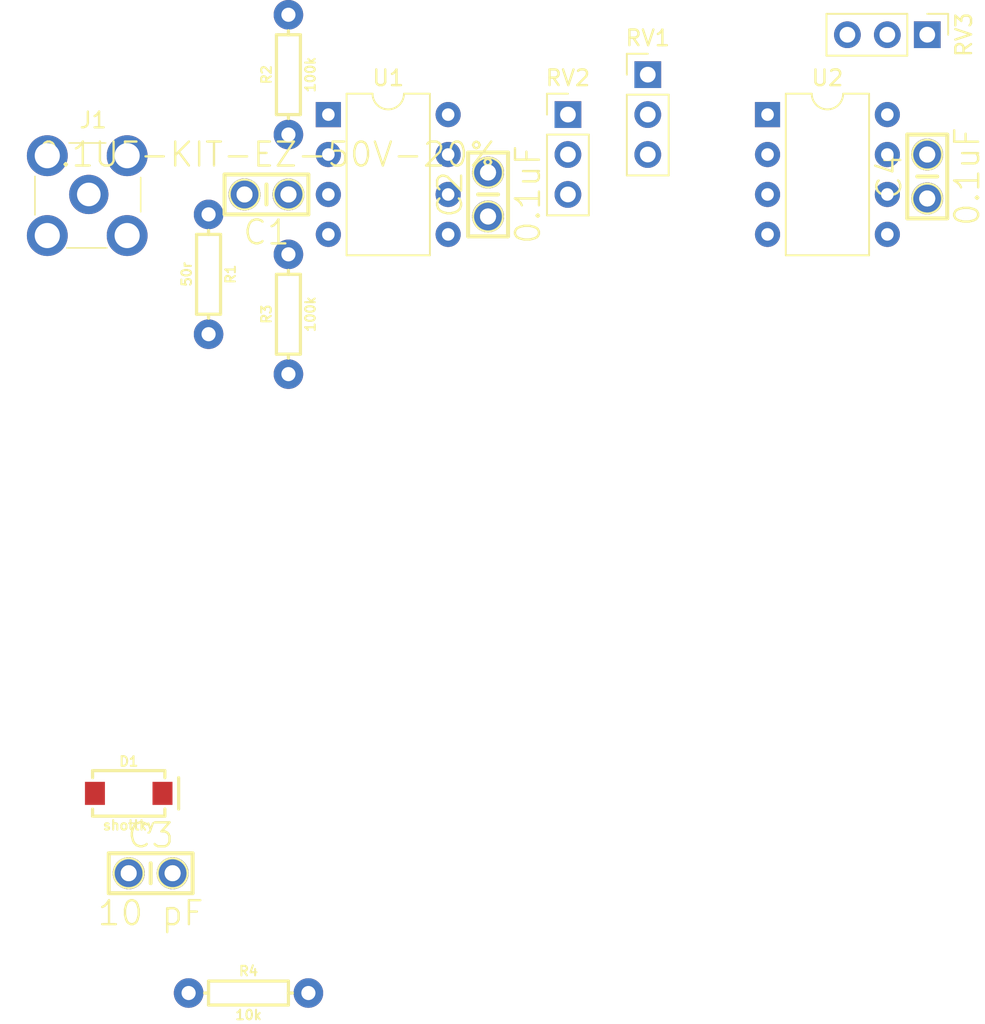
<source format=kicad_pcb>
(kicad_pcb (version 20171130) (host pcbnew 5.1.5+dfsg1-2~bpo9+1)

  (general
    (thickness 1.6)
    (drawings 0)
    (tracks 0)
    (zones 0)
    (modules 15)
    (nets 19)
  )

  (page A4)
  (layers
    (0 F.Cu signal)
    (31 B.Cu signal)
    (32 B.Adhes user)
    (33 F.Adhes user)
    (34 B.Paste user)
    (35 F.Paste user)
    (36 B.SilkS user)
    (37 F.SilkS user)
    (38 B.Mask user)
    (39 F.Mask user)
    (40 Dwgs.User user)
    (41 Cmts.User user)
    (42 Eco1.User user)
    (43 Eco2.User user)
    (44 Edge.Cuts user)
    (45 Margin user)
    (46 B.CrtYd user)
    (47 F.CrtYd user)
    (48 B.Fab user)
    (49 F.Fab user)
  )

  (setup
    (last_trace_width 0.25)
    (trace_clearance 0.2)
    (zone_clearance 0.508)
    (zone_45_only no)
    (trace_min 0.2)
    (via_size 0.8)
    (via_drill 0.4)
    (via_min_size 0.4)
    (via_min_drill 0.3)
    (uvia_size 0.3)
    (uvia_drill 0.1)
    (uvias_allowed no)
    (uvia_min_size 0.2)
    (uvia_min_drill 0.1)
    (edge_width 0.05)
    (segment_width 0.2)
    (pcb_text_width 0.3)
    (pcb_text_size 1.5 1.5)
    (mod_edge_width 0.12)
    (mod_text_size 1 1)
    (mod_text_width 0.15)
    (pad_size 1.524 1.524)
    (pad_drill 0.762)
    (pad_to_mask_clearance 0.051)
    (solder_mask_min_width 0.25)
    (aux_axis_origin 0 0)
    (visible_elements FFFFFF7F)
    (pcbplotparams
      (layerselection 0x010fc_ffffffff)
      (usegerberextensions false)
      (usegerberattributes false)
      (usegerberadvancedattributes false)
      (creategerberjobfile false)
      (excludeedgelayer true)
      (linewidth 0.010000)
      (plotframeref false)
      (viasonmask false)
      (mode 1)
      (useauxorigin false)
      (hpglpennumber 1)
      (hpglpenspeed 20)
      (hpglpendiameter 15.000000)
      (psnegative false)
      (psa4output false)
      (plotreference true)
      (plotvalue true)
      (plotinvisibletext false)
      (padsonsilk false)
      (subtractmaskfromsilk false)
      (outputformat 1)
      (mirror false)
      (drillshape 1)
      (scaleselection 1)
      (outputdirectory ""))
  )

  (net 0 "")
  (net 1 "Net-(C1-Pad2)")
  (net 2 "Net-(C1-Pad1)")
  (net 3 3.3V)
  (net 4 GND)
  (net 5 "Net-(C3-Pad1)")
  (net 6 "Net-(D1-PadA)")
  (net 7 "Net-(R4-PadP$1)")
  (net 8 "Net-(U1-Pad8)")
  (net 9 "Net-(RV2-Pad3)")
  (net 10 "Net-(RV2-Pad2)")
  (net 11 "Net-(U1-Pad5)")
  (net 12 "Net-(U1-Pad1)")
  (net 13 "Net-(U2-Pad8)")
  (net 14 "Net-(U2-Pad6)")
  (net 15 "Net-(RV3-Pad2)")
  (net 16 "Net-(U2-Pad5)")
  (net 17 "Net-(U2-Pad1)")
  (net 18 "Net-(RV1-Pad2)")

  (net_class Default "This is the default net class."
    (clearance 0.2)
    (trace_width 0.25)
    (via_dia 0.8)
    (via_drill 0.4)
    (uvia_dia 0.3)
    (uvia_drill 0.1)
    (add_net 3.3V)
    (add_net GND)
    (add_net "Net-(C1-Pad1)")
    (add_net "Net-(C1-Pad2)")
    (add_net "Net-(C3-Pad1)")
    (add_net "Net-(D1-PadA)")
    (add_net "Net-(R4-PadP$1)")
    (add_net "Net-(RV1-Pad2)")
    (add_net "Net-(RV2-Pad2)")
    (add_net "Net-(RV2-Pad3)")
    (add_net "Net-(RV3-Pad2)")
    (add_net "Net-(U1-Pad1)")
    (add_net "Net-(U1-Pad5)")
    (add_net "Net-(U1-Pad8)")
    (add_net "Net-(U2-Pad1)")
    (add_net "Net-(U2-Pad5)")
    (add_net "Net-(U2-Pad6)")
    (add_net "Net-(U2-Pad8)")
  )

  (module Package_DIP:DIP-8_W7.62mm (layer F.Cu) (tedit 5A02E8C5) (tstamp 5FA1B211)
    (at 193.04 111.76)
    (descr "8-lead though-hole mounted DIP package, row spacing 7.62 mm (300 mils)")
    (tags "THT DIP DIL PDIP 2.54mm 7.62mm 300mil")
    (path /5FA10AE2)
    (fp_text reference U2 (at 3.81 -2.33) (layer F.SilkS)
      (effects (font (size 1 1) (thickness 0.15)))
    )
    (fp_text value TLV3501AIDR (at 3.81 9.95) (layer F.Fab)
      (effects (font (size 1 1) (thickness 0.15)))
    )
    (fp_text user %R (at 3.81 3.81) (layer F.Fab)
      (effects (font (size 1 1) (thickness 0.15)))
    )
    (fp_line (start 8.7 -1.55) (end -1.1 -1.55) (layer F.CrtYd) (width 0.05))
    (fp_line (start 8.7 9.15) (end 8.7 -1.55) (layer F.CrtYd) (width 0.05))
    (fp_line (start -1.1 9.15) (end 8.7 9.15) (layer F.CrtYd) (width 0.05))
    (fp_line (start -1.1 -1.55) (end -1.1 9.15) (layer F.CrtYd) (width 0.05))
    (fp_line (start 6.46 -1.33) (end 4.81 -1.33) (layer F.SilkS) (width 0.12))
    (fp_line (start 6.46 8.95) (end 6.46 -1.33) (layer F.SilkS) (width 0.12))
    (fp_line (start 1.16 8.95) (end 6.46 8.95) (layer F.SilkS) (width 0.12))
    (fp_line (start 1.16 -1.33) (end 1.16 8.95) (layer F.SilkS) (width 0.12))
    (fp_line (start 2.81 -1.33) (end 1.16 -1.33) (layer F.SilkS) (width 0.12))
    (fp_line (start 0.635 -0.27) (end 1.635 -1.27) (layer F.Fab) (width 0.1))
    (fp_line (start 0.635 8.89) (end 0.635 -0.27) (layer F.Fab) (width 0.1))
    (fp_line (start 6.985 8.89) (end 0.635 8.89) (layer F.Fab) (width 0.1))
    (fp_line (start 6.985 -1.27) (end 6.985 8.89) (layer F.Fab) (width 0.1))
    (fp_line (start 1.635 -1.27) (end 6.985 -1.27) (layer F.Fab) (width 0.1))
    (fp_arc (start 3.81 -1.33) (end 2.81 -1.33) (angle -180) (layer F.SilkS) (width 0.12))
    (pad 8 thru_hole oval (at 7.62 0) (size 1.6 1.6) (drill 0.8) (layers *.Cu *.Mask)
      (net 13 "Net-(U2-Pad8)"))
    (pad 4 thru_hole oval (at 0 7.62) (size 1.6 1.6) (drill 0.8) (layers *.Cu *.Mask)
      (net 4 GND))
    (pad 7 thru_hole oval (at 7.62 2.54) (size 1.6 1.6) (drill 0.8) (layers *.Cu *.Mask)
      (net 3 3.3V))
    (pad 3 thru_hole oval (at 0 5.08) (size 1.6 1.6) (drill 0.8) (layers *.Cu *.Mask)
      (net 9 "Net-(RV2-Pad3)"))
    (pad 6 thru_hole oval (at 7.62 5.08) (size 1.6 1.6) (drill 0.8) (layers *.Cu *.Mask)
      (net 14 "Net-(U2-Pad6)"))
    (pad 2 thru_hole oval (at 0 2.54) (size 1.6 1.6) (drill 0.8) (layers *.Cu *.Mask)
      (net 15 "Net-(RV3-Pad2)"))
    (pad 5 thru_hole oval (at 7.62 7.62) (size 1.6 1.6) (drill 0.8) (layers *.Cu *.Mask)
      (net 16 "Net-(U2-Pad5)"))
    (pad 1 thru_hole rect (at 0 0) (size 1.6 1.6) (drill 0.8) (layers *.Cu *.Mask)
      (net 17 "Net-(U2-Pad1)"))
    (model ${KISYS3DMOD}/Package_DIP.3dshapes/DIP-8_W7.62mm.wrl
      (at (xyz 0 0 0))
      (scale (xyz 1 1 1))
      (rotate (xyz 0 0 0))
    )
  )

  (module Package_DIP:DIP-8_W7.62mm (layer F.Cu) (tedit 5A02E8C5) (tstamp 5FA1B1F5)
    (at 165.1 111.76)
    (descr "8-lead though-hole mounted DIP package, row spacing 7.62 mm (300 mils)")
    (tags "THT DIP DIL PDIP 2.54mm 7.62mm 300mil")
    (path /5FA0D19B)
    (fp_text reference U1 (at 3.81 -2.33) (layer F.SilkS)
      (effects (font (size 1 1) (thickness 0.15)))
    )
    (fp_text value LTC6228HS8 (at 3.81 9.95) (layer F.Fab)
      (effects (font (size 1 1) (thickness 0.15)))
    )
    (fp_text user %R (at 0 5.08) (layer F.Fab)
      (effects (font (size 1 1) (thickness 0.15)))
    )
    (fp_line (start 8.7 -1.55) (end -1.1 -1.55) (layer F.CrtYd) (width 0.05))
    (fp_line (start 8.7 9.15) (end 8.7 -1.55) (layer F.CrtYd) (width 0.05))
    (fp_line (start -1.1 9.15) (end 8.7 9.15) (layer F.CrtYd) (width 0.05))
    (fp_line (start -1.1 -1.55) (end -1.1 9.15) (layer F.CrtYd) (width 0.05))
    (fp_line (start 6.46 -1.33) (end 4.81 -1.33) (layer F.SilkS) (width 0.12))
    (fp_line (start 6.46 8.95) (end 6.46 -1.33) (layer F.SilkS) (width 0.12))
    (fp_line (start 1.16 8.95) (end 6.46 8.95) (layer F.SilkS) (width 0.12))
    (fp_line (start 1.16 -1.33) (end 1.16 8.95) (layer F.SilkS) (width 0.12))
    (fp_line (start 2.81 -1.33) (end 1.16 -1.33) (layer F.SilkS) (width 0.12))
    (fp_line (start 0.635 -0.27) (end 1.635 -1.27) (layer F.Fab) (width 0.1))
    (fp_line (start 0.635 8.89) (end 0.635 -0.27) (layer F.Fab) (width 0.1))
    (fp_line (start 6.985 8.89) (end 0.635 8.89) (layer F.Fab) (width 0.1))
    (fp_line (start 6.985 -1.27) (end 6.985 8.89) (layer F.Fab) (width 0.1))
    (fp_line (start 1.635 -1.27) (end 6.985 -1.27) (layer F.Fab) (width 0.1))
    (fp_arc (start 3.81 -1.33) (end 2.81 -1.33) (angle -180) (layer F.SilkS) (width 0.12))
    (pad 8 thru_hole oval (at 7.62 0) (size 1.6 1.6) (drill 0.8) (layers *.Cu *.Mask)
      (net 8 "Net-(U1-Pad8)"))
    (pad 4 thru_hole oval (at 0 7.62) (size 1.6 1.6) (drill 0.8) (layers *.Cu *.Mask)
      (net 4 GND))
    (pad 7 thru_hole oval (at 7.62 2.54) (size 1.6 1.6) (drill 0.8) (layers *.Cu *.Mask)
      (net 3 3.3V))
    (pad 3 thru_hole oval (at 0 5.08) (size 1.6 1.6) (drill 0.8) (layers *.Cu *.Mask)
      (net 2 "Net-(C1-Pad1)"))
    (pad 6 thru_hole oval (at 7.62 5.08) (size 1.6 1.6) (drill 0.8) (layers *.Cu *.Mask)
      (net 9 "Net-(RV2-Pad3)"))
    (pad 2 thru_hole oval (at 0 2.54) (size 1.6 1.6) (drill 0.8) (layers *.Cu *.Mask)
      (net 10 "Net-(RV2-Pad2)"))
    (pad 5 thru_hole oval (at 7.62 7.62) (size 1.6 1.6) (drill 0.8) (layers *.Cu *.Mask)
      (net 11 "Net-(U1-Pad5)"))
    (pad 1 thru_hole rect (at 0 0) (size 1.6 1.6) (drill 0.8) (layers *.Cu *.Mask)
      (net 12 "Net-(U1-Pad1)"))
    (model ${KISYS3DMOD}/Package_DIP.3dshapes/DIP-8_W7.62mm.wrl
      (at (xyz 0 0 0))
      (scale (xyz 1 1 1))
      (rotate (xyz 0 0 0))
    )
  )

  (module Connector_PinHeader_2.54mm:PinHeader_1x03_P2.54mm_Vertical (layer F.Cu) (tedit 59FED5CC) (tstamp 5FA1B1D9)
    (at 203.2 106.68 270)
    (descr "Through hole straight pin header, 1x03, 2.54mm pitch, single row")
    (tags "Through hole pin header THT 1x03 2.54mm single row")
    (path /5FA37119)
    (fp_text reference RV3 (at 0 -2.33 90) (layer F.SilkS)
      (effects (font (size 1 1) (thickness 0.15)))
    )
    (fp_text value 10k (at 0 7.41 90) (layer F.Fab)
      (effects (font (size 1 1) (thickness 0.15)))
    )
    (fp_text user %R (at 0 2.54) (layer F.Fab)
      (effects (font (size 1 1) (thickness 0.15)))
    )
    (fp_line (start 1.8 -1.8) (end -1.8 -1.8) (layer F.CrtYd) (width 0.05))
    (fp_line (start 1.8 6.85) (end 1.8 -1.8) (layer F.CrtYd) (width 0.05))
    (fp_line (start -1.8 6.85) (end 1.8 6.85) (layer F.CrtYd) (width 0.05))
    (fp_line (start -1.8 -1.8) (end -1.8 6.85) (layer F.CrtYd) (width 0.05))
    (fp_line (start -1.33 -1.33) (end 0 -1.33) (layer F.SilkS) (width 0.12))
    (fp_line (start -1.33 0) (end -1.33 -1.33) (layer F.SilkS) (width 0.12))
    (fp_line (start -1.33 1.27) (end 1.33 1.27) (layer F.SilkS) (width 0.12))
    (fp_line (start 1.33 1.27) (end 1.33 6.41) (layer F.SilkS) (width 0.12))
    (fp_line (start -1.33 1.27) (end -1.33 6.41) (layer F.SilkS) (width 0.12))
    (fp_line (start -1.33 6.41) (end 1.33 6.41) (layer F.SilkS) (width 0.12))
    (fp_line (start -1.27 -0.635) (end -0.635 -1.27) (layer F.Fab) (width 0.1))
    (fp_line (start -1.27 6.35) (end -1.27 -0.635) (layer F.Fab) (width 0.1))
    (fp_line (start 1.27 6.35) (end -1.27 6.35) (layer F.Fab) (width 0.1))
    (fp_line (start 1.27 -1.27) (end 1.27 6.35) (layer F.Fab) (width 0.1))
    (fp_line (start -0.635 -1.27) (end 1.27 -1.27) (layer F.Fab) (width 0.1))
    (pad 3 thru_hole oval (at 0 5.08 270) (size 1.7 1.7) (drill 1) (layers *.Cu *.Mask)
      (net 4 GND))
    (pad 2 thru_hole oval (at 0 2.54 270) (size 1.7 1.7) (drill 1) (layers *.Cu *.Mask)
      (net 15 "Net-(RV3-Pad2)"))
    (pad 1 thru_hole rect (at 0 0 270) (size 1.7 1.7) (drill 1) (layers *.Cu *.Mask)
      (net 3 3.3V))
    (model ${KISYS3DMOD}/Connector_PinHeader_2.54mm.3dshapes/PinHeader_1x03_P2.54mm_Vertical.wrl
      (at (xyz 0 0 0))
      (scale (xyz 1 1 1))
      (rotate (xyz 0 0 0))
    )
  )

  (module Connector_PinHeader_2.54mm:PinHeader_1x03_P2.54mm_Vertical (layer F.Cu) (tedit 59FED5CC) (tstamp 5FA1B1C2)
    (at 180.34 111.76)
    (descr "Through hole straight pin header, 1x03, 2.54mm pitch, single row")
    (tags "Through hole pin header THT 1x03 2.54mm single row")
    (path /5FA2E15D)
    (fp_text reference RV2 (at 0 -2.33) (layer F.SilkS)
      (effects (font (size 1 1) (thickness 0.15)))
    )
    (fp_text value 100k (at 0 7.41) (layer F.Fab)
      (effects (font (size 1 1) (thickness 0.15)))
    )
    (fp_text user %R (at 0 2.54 90) (layer F.Fab)
      (effects (font (size 1 1) (thickness 0.15)))
    )
    (fp_line (start 1.8 -1.8) (end -1.8 -1.8) (layer F.CrtYd) (width 0.05))
    (fp_line (start 1.8 6.85) (end 1.8 -1.8) (layer F.CrtYd) (width 0.05))
    (fp_line (start -1.8 6.85) (end 1.8 6.85) (layer F.CrtYd) (width 0.05))
    (fp_line (start -1.8 -1.8) (end -1.8 6.85) (layer F.CrtYd) (width 0.05))
    (fp_line (start -1.33 -1.33) (end 0 -1.33) (layer F.SilkS) (width 0.12))
    (fp_line (start -1.33 0) (end -1.33 -1.33) (layer F.SilkS) (width 0.12))
    (fp_line (start -1.33 1.27) (end 1.33 1.27) (layer F.SilkS) (width 0.12))
    (fp_line (start 1.33 1.27) (end 1.33 6.41) (layer F.SilkS) (width 0.12))
    (fp_line (start -1.33 1.27) (end -1.33 6.41) (layer F.SilkS) (width 0.12))
    (fp_line (start -1.33 6.41) (end 1.33 6.41) (layer F.SilkS) (width 0.12))
    (fp_line (start -1.27 -0.635) (end -0.635 -1.27) (layer F.Fab) (width 0.1))
    (fp_line (start -1.27 6.35) (end -1.27 -0.635) (layer F.Fab) (width 0.1))
    (fp_line (start 1.27 6.35) (end -1.27 6.35) (layer F.Fab) (width 0.1))
    (fp_line (start 1.27 -1.27) (end 1.27 6.35) (layer F.Fab) (width 0.1))
    (fp_line (start -0.635 -1.27) (end 1.27 -1.27) (layer F.Fab) (width 0.1))
    (pad 3 thru_hole oval (at 0 5.08) (size 1.7 1.7) (drill 1) (layers *.Cu *.Mask)
      (net 9 "Net-(RV2-Pad3)"))
    (pad 2 thru_hole oval (at 0 2.54) (size 1.7 1.7) (drill 1) (layers *.Cu *.Mask)
      (net 10 "Net-(RV2-Pad2)"))
    (pad 1 thru_hole rect (at 0 0) (size 1.7 1.7) (drill 1) (layers *.Cu *.Mask)
      (net 18 "Net-(RV1-Pad2)"))
    (model ${KISYS3DMOD}/Connector_PinHeader_2.54mm.3dshapes/PinHeader_1x03_P2.54mm_Vertical.wrl
      (at (xyz 0 0 0))
      (scale (xyz 1 1 1))
      (rotate (xyz 0 0 0))
    )
  )

  (module Connector_PinHeader_2.54mm:PinHeader_1x03_P2.54mm_Vertical (layer F.Cu) (tedit 59FED5CC) (tstamp 5FA1B1AB)
    (at 185.42 109.22)
    (descr "Through hole straight pin header, 1x03, 2.54mm pitch, single row")
    (tags "Through hole pin header THT 1x03 2.54mm single row")
    (path /5FA3060D)
    (fp_text reference RV1 (at 0 -2.33) (layer F.SilkS)
      (effects (font (size 1 1) (thickness 0.15)))
    )
    (fp_text value 10k (at 0 7.41) (layer F.Fab)
      (effects (font (size 1 1) (thickness 0.15)))
    )
    (fp_text user %R (at 0 2.54 90) (layer F.Fab)
      (effects (font (size 1 1) (thickness 0.15)))
    )
    (fp_line (start 1.8 -1.8) (end -1.8 -1.8) (layer F.CrtYd) (width 0.05))
    (fp_line (start 1.8 6.85) (end 1.8 -1.8) (layer F.CrtYd) (width 0.05))
    (fp_line (start -1.8 6.85) (end 1.8 6.85) (layer F.CrtYd) (width 0.05))
    (fp_line (start -1.8 -1.8) (end -1.8 6.85) (layer F.CrtYd) (width 0.05))
    (fp_line (start -1.33 -1.33) (end 0 -1.33) (layer F.SilkS) (width 0.12))
    (fp_line (start -1.33 0) (end -1.33 -1.33) (layer F.SilkS) (width 0.12))
    (fp_line (start -1.33 1.27) (end 1.33 1.27) (layer F.SilkS) (width 0.12))
    (fp_line (start 1.33 1.27) (end 1.33 6.41) (layer F.SilkS) (width 0.12))
    (fp_line (start -1.33 1.27) (end -1.33 6.41) (layer F.SilkS) (width 0.12))
    (fp_line (start -1.33 6.41) (end 1.33 6.41) (layer F.SilkS) (width 0.12))
    (fp_line (start -1.27 -0.635) (end -0.635 -1.27) (layer F.Fab) (width 0.1))
    (fp_line (start -1.27 6.35) (end -1.27 -0.635) (layer F.Fab) (width 0.1))
    (fp_line (start 1.27 6.35) (end -1.27 6.35) (layer F.Fab) (width 0.1))
    (fp_line (start 1.27 -1.27) (end 1.27 6.35) (layer F.Fab) (width 0.1))
    (fp_line (start -0.635 -1.27) (end 1.27 -1.27) (layer F.Fab) (width 0.1))
    (pad 3 thru_hole oval (at 0 5.08) (size 1.7 1.7) (drill 1) (layers *.Cu *.Mask)
      (net 4 GND))
    (pad 2 thru_hole oval (at 0 2.54) (size 1.7 1.7) (drill 1) (layers *.Cu *.Mask)
      (net 18 "Net-(RV1-Pad2)"))
    (pad 1 thru_hole rect (at 0 0) (size 1.7 1.7) (drill 1) (layers *.Cu *.Mask)
      (net 3 3.3V))
    (model ${KISYS3DMOD}/Connector_PinHeader_2.54mm.3dshapes/PinHeader_1x03_P2.54mm_Vertical.wrl
      (at (xyz 0 0 0))
      (scale (xyz 1 1 1))
      (rotate (xyz 0 0 0))
    )
  )

  (module Resistors:AXIAL-0.3 (layer F.Cu) (tedit 200000) (tstamp 5FA1B194)
    (at 160.02 167.64)
    (descr AXIAL-0.3)
    (tags AXIAL-0.3)
    (path /5FA1E23B)
    (attr virtual)
    (fp_text reference R4 (at 0 -1.397) (layer F.SilkS)
      (effects (font (size 0.6096 0.6096) (thickness 0.127)))
    )
    (fp_text value 10k (at 0 1.397) (layer F.SilkS)
      (effects (font (size 0.6096 0.6096) (thickness 0.127)))
    )
    (fp_line (start -2.54 0) (end -2.794 0) (layer F.SilkS) (width 0.2032))
    (fp_line (start 2.54 0) (end 2.794 0) (layer F.SilkS) (width 0.2032))
    (fp_line (start -2.54 0) (end -2.54 -0.762) (layer F.SilkS) (width 0.2032))
    (fp_line (start -2.54 0.762) (end -2.54 0) (layer F.SilkS) (width 0.2032))
    (fp_line (start 2.54 0.762) (end -2.54 0.762) (layer F.SilkS) (width 0.2032))
    (fp_line (start 2.54 0) (end 2.54 0.762) (layer F.SilkS) (width 0.2032))
    (fp_line (start 2.54 -0.762) (end 2.54 0) (layer F.SilkS) (width 0.2032))
    (fp_line (start -2.54 -0.762) (end 2.54 -0.762) (layer F.SilkS) (width 0.2032))
    (pad P$2 thru_hole circle (at 3.81 0) (size 1.8796 1.8796) (drill 0.89916) (layers *.Cu *.Mask)
      (net 4 GND) (solder_mask_margin 0.1016))
    (pad P$1 thru_hole circle (at -3.81 0) (size 1.8796 1.8796) (drill 0.89916) (layers *.Cu *.Mask)
      (net 7 "Net-(R4-PadP$1)") (solder_mask_margin 0.1016))
  )

  (module Resistors:AXIAL-0.3 (layer F.Cu) (tedit 200000) (tstamp 5FA1B186)
    (at 162.56 124.46 90)
    (descr AXIAL-0.3)
    (tags AXIAL-0.3)
    (path /5FA27A03)
    (attr virtual)
    (fp_text reference R3 (at 0 -1.397 90) (layer F.SilkS)
      (effects (font (size 0.6096 0.6096) (thickness 0.127)))
    )
    (fp_text value 100k (at 0 1.397 90) (layer F.SilkS)
      (effects (font (size 0.6096 0.6096) (thickness 0.127)))
    )
    (fp_line (start -2.54 0) (end -2.794 0) (layer F.SilkS) (width 0.2032))
    (fp_line (start 2.54 0) (end 2.794 0) (layer F.SilkS) (width 0.2032))
    (fp_line (start -2.54 0) (end -2.54 -0.762) (layer F.SilkS) (width 0.2032))
    (fp_line (start -2.54 0.762) (end -2.54 0) (layer F.SilkS) (width 0.2032))
    (fp_line (start 2.54 0.762) (end -2.54 0.762) (layer F.SilkS) (width 0.2032))
    (fp_line (start 2.54 0) (end 2.54 0.762) (layer F.SilkS) (width 0.2032))
    (fp_line (start 2.54 -0.762) (end 2.54 0) (layer F.SilkS) (width 0.2032))
    (fp_line (start -2.54 -0.762) (end 2.54 -0.762) (layer F.SilkS) (width 0.2032))
    (pad P$2 thru_hole circle (at 3.81 0 90) (size 1.8796 1.8796) (drill 0.89916) (layers *.Cu *.Mask)
      (net 2 "Net-(C1-Pad1)") (solder_mask_margin 0.1016))
    (pad P$1 thru_hole circle (at -3.81 0 90) (size 1.8796 1.8796) (drill 0.89916) (layers *.Cu *.Mask)
      (net 4 GND) (solder_mask_margin 0.1016))
  )

  (module Resistors:AXIAL-0.3 (layer F.Cu) (tedit 200000) (tstamp 5FA1B178)
    (at 162.56 109.22 90)
    (descr AXIAL-0.3)
    (tags AXIAL-0.3)
    (path /5FA19402)
    (attr virtual)
    (fp_text reference R2 (at 0 -1.397 90) (layer F.SilkS)
      (effects (font (size 0.6096 0.6096) (thickness 0.127)))
    )
    (fp_text value 100k (at 0 1.397 90) (layer F.SilkS)
      (effects (font (size 0.6096 0.6096) (thickness 0.127)))
    )
    (fp_line (start -2.54 0) (end -2.794 0) (layer F.SilkS) (width 0.2032))
    (fp_line (start 2.54 0) (end 2.794 0) (layer F.SilkS) (width 0.2032))
    (fp_line (start -2.54 0) (end -2.54 -0.762) (layer F.SilkS) (width 0.2032))
    (fp_line (start -2.54 0.762) (end -2.54 0) (layer F.SilkS) (width 0.2032))
    (fp_line (start 2.54 0.762) (end -2.54 0.762) (layer F.SilkS) (width 0.2032))
    (fp_line (start 2.54 0) (end 2.54 0.762) (layer F.SilkS) (width 0.2032))
    (fp_line (start 2.54 -0.762) (end 2.54 0) (layer F.SilkS) (width 0.2032))
    (fp_line (start -2.54 -0.762) (end 2.54 -0.762) (layer F.SilkS) (width 0.2032))
    (pad P$2 thru_hole circle (at 3.81 0 90) (size 1.8796 1.8796) (drill 0.89916) (layers *.Cu *.Mask)
      (net 3 3.3V) (solder_mask_margin 0.1016))
    (pad P$1 thru_hole circle (at -3.81 0 90) (size 1.8796 1.8796) (drill 0.89916) (layers *.Cu *.Mask)
      (net 2 "Net-(C1-Pad1)") (solder_mask_margin 0.1016))
  )

  (module Resistors:AXIAL-0.3 (layer F.Cu) (tedit 200000) (tstamp 5FA1B16A)
    (at 157.48 121.92 270)
    (descr AXIAL-0.3)
    (tags AXIAL-0.3)
    (path /5FA1B807)
    (attr virtual)
    (fp_text reference R1 (at 0 -1.397 90) (layer F.SilkS)
      (effects (font (size 0.6096 0.6096) (thickness 0.127)))
    )
    (fp_text value 50r (at 0 1.397 90) (layer F.SilkS)
      (effects (font (size 0.6096 0.6096) (thickness 0.127)))
    )
    (fp_line (start -2.54 0) (end -2.794 0) (layer F.SilkS) (width 0.2032))
    (fp_line (start 2.54 0) (end 2.794 0) (layer F.SilkS) (width 0.2032))
    (fp_line (start -2.54 0) (end -2.54 -0.762) (layer F.SilkS) (width 0.2032))
    (fp_line (start -2.54 0.762) (end -2.54 0) (layer F.SilkS) (width 0.2032))
    (fp_line (start 2.54 0.762) (end -2.54 0.762) (layer F.SilkS) (width 0.2032))
    (fp_line (start 2.54 0) (end 2.54 0.762) (layer F.SilkS) (width 0.2032))
    (fp_line (start 2.54 -0.762) (end 2.54 0) (layer F.SilkS) (width 0.2032))
    (fp_line (start -2.54 -0.762) (end 2.54 -0.762) (layer F.SilkS) (width 0.2032))
    (pad P$2 thru_hole circle (at 3.81 0 270) (size 1.8796 1.8796) (drill 0.89916) (layers *.Cu *.Mask)
      (net 4 GND) (solder_mask_margin 0.1016))
    (pad P$1 thru_hole circle (at -3.81 0 270) (size 1.8796 1.8796) (drill 0.89916) (layers *.Cu *.Mask)
      (net 1 "Net-(C1-Pad2)") (solder_mask_margin 0.1016))
  )

  (module digikey-footprints:RF_SMA_Vertical_5-1814832-1 (layer F.Cu) (tedit 59CD3347) (tstamp 5FA1B15C)
    (at 149.76 116.915)
    (path /5FA3B2EE)
    (fp_text reference J1 (at 0.375 -4.8) (layer F.SilkS)
      (effects (font (size 1 1) (thickness 0.15)))
    )
    (fp_text value 5-1814832-1 (at 0.1 4.775) (layer F.Fab)
      (effects (font (size 1 1) (thickness 0.15)))
    )
    (fp_line (start -3.2 -3.2) (end 3.2 -3.2) (layer F.Fab) (width 0.1))
    (fp_line (start 3.2 -3.2) (end 3.2 3.2) (layer F.Fab) (width 0.1))
    (fp_line (start 3.2 3.2) (end -3.2 3.2) (layer F.Fab) (width 0.1))
    (fp_line (start -3.2 3.2) (end -3.2 -3.2) (layer F.Fab) (width 0.1))
    (fp_line (start -4.1 -4.1) (end 4.1 -4.1) (layer F.CrtYd) (width 0.05))
    (fp_line (start 4.1 -4.1) (end 4.1 4.1) (layer F.CrtYd) (width 0.05))
    (fp_line (start 4.1 4.1) (end -4.1 4.1) (layer F.CrtYd) (width 0.05))
    (fp_line (start -4.1 4.1) (end -4.1 -4.1) (layer F.CrtYd) (width 0.05))
    (fp_line (start -1.15 -3.35) (end 1.175 -3.35) (layer F.SilkS) (width 0.1))
    (fp_line (start 3.4 -1.15) (end 3.4 1.025) (layer F.SilkS) (width 0.1))
    (fp_line (start -3.325 1.225) (end -3.325 -1.225) (layer F.SilkS) (width 0.1))
    (fp_line (start -1.3 3.325) (end 1.25 3.325) (layer F.SilkS) (width 0.1))
    (pad 1 thru_hole circle (at -2.54 2.54) (size 2.6 2.6) (drill 1.6) (layers *.Cu *.Mask)
      (net 4 GND))
    (pad 1 thru_hole circle (at 2.54 2.54) (size 2.6 2.6) (drill 1.6) (layers *.Cu *.Mask)
      (net 4 GND))
    (pad 1 thru_hole circle (at 2.54 -2.54) (size 2.6 2.6) (drill 1.6) (layers *.Cu *.Mask)
      (net 4 GND))
    (pad 1 thru_hole circle (at -2.54 -2.54) (size 2.6 2.6) (drill 1.6) (layers *.Cu *.Mask)
      (net 4 GND))
    (pad 2 thru_hole circle (at 0.1 -0.075) (size 2.5 2.5) (drill 1.5) (layers *.Cu *.Mask)
      (net 1 "Net-(C1-Pad2)"))
  )

  (module Silicon-Standard:SMA-DIODE (layer F.Cu) (tedit 200000) (tstamp 5FA1B147)
    (at 152.4 154.94)
    (descr DIODE)
    (tags DIODE)
    (path /5FA1FB1E)
    (attr smd)
    (fp_text reference D1 (at 0 -2.032) (layer F.SilkS)
      (effects (font (size 0.6096 0.6096) (thickness 0.127)))
    )
    (fp_text value shottky (at 0 2.032) (layer F.SilkS)
      (effects (font (size 0.6096 0.6096) (thickness 0.127)))
    )
    (fp_line (start 3.175 -0.99822) (end 3.175 0.99822) (layer F.SilkS) (width 0.2032))
    (fp_line (start -2.2987 1.4478) (end -2.2987 0.99822) (layer F.SilkS) (width 0.2032))
    (fp_line (start 2.2987 1.4478) (end -2.2987 1.4478) (layer F.SilkS) (width 0.2032))
    (fp_line (start 2.2987 0.99822) (end 2.2987 1.4478) (layer F.SilkS) (width 0.2032))
    (fp_line (start 2.2987 -1.4478) (end 2.2987 -0.99822) (layer F.SilkS) (width 0.2032))
    (fp_line (start -2.2987 -1.4478) (end 2.2987 -1.4478) (layer F.SilkS) (width 0.2032))
    (fp_line (start -2.2987 -0.99822) (end -2.2987 -1.4478) (layer F.SilkS) (width 0.2032))
    (pad C smd rect (at 2.14884 0) (size 1.27 1.46812) (layers F.Cu F.Paste F.Mask)
      (net 5 "Net-(C3-Pad1)") (solder_mask_margin 0.1016))
    (pad A smd rect (at -2.14884 0 180) (size 1.27 1.46812) (layers F.Cu F.Paste F.Mask)
      (net 6 "Net-(D1-PadA)") (solder_mask_margin 0.1016))
  )

  (module Capacitors:CAP-PTH-SMALL-KIT (layer F.Cu) (tedit 200000) (tstamp 5FA1B13A)
    (at 203.2 115.697 90)
    (descr CAP-PTH-SMALL-KIT)
    (tags CAP-PTH-SMALL-KIT)
    (path /5FA13CAF)
    (attr virtual)
    (fp_text reference C4 (at 0 -2.413 90) (layer F.SilkS)
      (effects (font (size 1.524 1.524) (thickness 0.15)))
    )
    (fp_text value 0.1uF (at 0 2.54 90) (layer F.SilkS)
      (effects (font (size 1.524 1.524) (thickness 0.15)))
    )
    (fp_line (start 1.49098 0.42926) (end 1.39446 0.43942) (layer F.SilkS) (width 0.127))
    (fp_line (start 1.58496 0.39624) (end 1.49098 0.42926) (layer F.SilkS) (width 0.127))
    (fp_line (start 1.66624 0.34544) (end 1.58496 0.39624) (layer F.SilkS) (width 0.127))
    (fp_line (start 1.73736 0.27686) (end 1.66624 0.34544) (layer F.SilkS) (width 0.127))
    (fp_line (start 1.7907 0.19304) (end 1.73736 0.27686) (layer F.SilkS) (width 0.127))
    (fp_line (start 1.82372 0.1016) (end 1.7907 0.19304) (layer F.SilkS) (width 0.127))
    (fp_line (start 1.83388 0.00508) (end 1.82372 0.1016) (layer F.SilkS) (width 0.127))
    (fp_line (start 1.82626 -0.09398) (end 1.83388 0.00508) (layer F.SilkS) (width 0.127))
    (fp_line (start 1.79324 -0.1905) (end 1.82626 -0.09398) (layer F.SilkS) (width 0.127))
    (fp_line (start 1.74244 -0.27432) (end 1.79324 -0.1905) (layer F.SilkS) (width 0.127))
    (fp_line (start 1.67132 -0.34798) (end 1.74244 -0.27432) (layer F.SilkS) (width 0.127))
    (fp_line (start 1.5875 -0.40386) (end 1.67132 -0.34798) (layer F.SilkS) (width 0.127))
    (fp_line (start 1.49352 -0.43688) (end 1.5875 -0.40386) (layer F.SilkS) (width 0.127))
    (fp_line (start 1.39446 -0.44958) (end 1.49352 -0.43688) (layer F.SilkS) (width 0.127))
    (fp_line (start 1.29286 -0.43688) (end 1.39446 -0.44958) (layer F.SilkS) (width 0.127))
    (fp_line (start 1.19634 -0.40132) (end 1.29286 -0.43688) (layer F.SilkS) (width 0.127))
    (fp_line (start 1.11252 -0.3429) (end 1.19634 -0.40132) (layer F.SilkS) (width 0.127))
    (fp_line (start 1.0414 -0.26924) (end 1.11252 -0.3429) (layer F.SilkS) (width 0.127))
    (fp_line (start 0.98806 -0.18288) (end 1.0414 -0.26924) (layer F.SilkS) (width 0.127))
    (fp_line (start 0.95758 -0.08636) (end 0.98806 -0.18288) (layer F.SilkS) (width 0.127))
    (fp_line (start 0.94996 0.01524) (end 0.95758 -0.08636) (layer F.SilkS) (width 0.127))
    (fp_line (start 0.96266 0.10922) (end 0.94996 0.01524) (layer F.SilkS) (width 0.127))
    (fp_line (start 0.99568 0.20066) (end 0.96266 0.10922) (layer F.SilkS) (width 0.127))
    (fp_line (start 1.04902 0.28194) (end 0.99568 0.20066) (layer F.SilkS) (width 0.127))
    (fp_line (start 1.12014 0.35052) (end 1.04902 0.28194) (layer F.SilkS) (width 0.127))
    (fp_line (start 1.20396 0.39878) (end 1.12014 0.35052) (layer F.SilkS) (width 0.127))
    (fp_line (start 1.2954 0.42926) (end 1.20396 0.39878) (layer F.SilkS) (width 0.127))
    (fp_line (start 1.39446 0.43942) (end 1.2954 0.42926) (layer F.SilkS) (width 0.127))
    (fp_line (start 1.57988 0.92964) (end 1.397 0.94742) (layer F.SilkS) (width 0.127))
    (fp_line (start 1.75514 0.87884) (end 1.57988 0.92964) (layer F.SilkS) (width 0.127))
    (fp_line (start 1.9177 0.79502) (end 1.75514 0.87884) (layer F.SilkS) (width 0.127))
    (fp_line (start 2.06248 0.67818) (end 1.9177 0.79502) (layer F.SilkS) (width 0.127))
    (fp_line (start 2.17932 0.53848) (end 2.06248 0.67818) (layer F.SilkS) (width 0.127))
    (fp_line (start 2.26822 0.37592) (end 2.17932 0.53848) (layer F.SilkS) (width 0.127))
    (fp_line (start 2.3241 0.20066) (end 2.26822 0.37592) (layer F.SilkS) (width 0.127))
    (fp_line (start 2.34442 0.02032) (end 2.3241 0.20066) (layer F.SilkS) (width 0.127))
    (fp_line (start 2.33172 -0.14478) (end 2.34442 0.02032) (layer F.SilkS) (width 0.127))
    (fp_line (start 2.29108 -0.30988) (end 2.33172 -0.14478) (layer F.SilkS) (width 0.127))
    (fp_line (start 2.21996 -0.46228) (end 2.29108 -0.30988) (layer F.SilkS) (width 0.127))
    (fp_line (start 2.12598 -0.60198) (end 2.21996 -0.46228) (layer F.SilkS) (width 0.127))
    (fp_line (start 2.00914 -0.72136) (end 2.12598 -0.60198) (layer F.SilkS) (width 0.127))
    (fp_line (start 1.87452 -0.82042) (end 2.00914 -0.72136) (layer F.SilkS) (width 0.127))
    (fp_line (start 1.72212 -0.89408) (end 1.87452 -0.82042) (layer F.SilkS) (width 0.127))
    (fp_line (start 1.55956 -0.9398) (end 1.72212 -0.89408) (layer F.SilkS) (width 0.127))
    (fp_line (start 1.39446 -0.95758) (end 1.55956 -0.9398) (layer F.SilkS) (width 0.127))
    (fp_line (start 1.22682 -0.9398) (end 1.39446 -0.95758) (layer F.SilkS) (width 0.127))
    (fp_line (start 1.06426 -0.89408) (end 1.22682 -0.9398) (layer F.SilkS) (width 0.127))
    (fp_line (start 0.91186 -0.82042) (end 1.06426 -0.89408) (layer F.SilkS) (width 0.127))
    (fp_line (start 0.77724 -0.7239) (end 0.91186 -0.82042) (layer F.SilkS) (width 0.127))
    (fp_line (start 0.65786 -0.60198) (end 0.77724 -0.7239) (layer F.SilkS) (width 0.127))
    (fp_line (start 0.56388 -0.46482) (end 0.65786 -0.60198) (layer F.SilkS) (width 0.127))
    (fp_line (start 0.4953 -0.31242) (end 0.56388 -0.46482) (layer F.SilkS) (width 0.127))
    (fp_line (start 0.45466 -0.14732) (end 0.4953 -0.31242) (layer F.SilkS) (width 0.127))
    (fp_line (start 0.44196 0.01778) (end 0.45466 -0.14732) (layer F.SilkS) (width 0.127))
    (fp_line (start 0.46228 0.20066) (end 0.44196 0.01778) (layer F.SilkS) (width 0.127))
    (fp_line (start 0.51816 0.37592) (end 0.46228 0.20066) (layer F.SilkS) (width 0.127))
    (fp_line (start 0.60706 0.53848) (end 0.51816 0.37592) (layer F.SilkS) (width 0.127))
    (fp_line (start 0.72644 0.67818) (end 0.60706 0.53848) (layer F.SilkS) (width 0.127))
    (fp_line (start 0.87122 0.79502) (end 0.72644 0.67818) (layer F.SilkS) (width 0.127))
    (fp_line (start 1.03378 0.87884) (end 0.87122 0.79502) (layer F.SilkS) (width 0.127))
    (fp_line (start 1.21158 0.92964) (end 1.03378 0.87884) (layer F.SilkS) (width 0.127))
    (fp_line (start 1.397 0.94742) (end 1.21158 0.92964) (layer F.SilkS) (width 0.127))
    (fp_line (start -1.30556 0.42926) (end -1.40208 0.43942) (layer F.SilkS) (width 0.127))
    (fp_line (start -1.21158 0.39624) (end -1.30556 0.42926) (layer F.SilkS) (width 0.127))
    (fp_line (start -1.1303 0.34544) (end -1.21158 0.39624) (layer F.SilkS) (width 0.127))
    (fp_line (start -1.05918 0.27686) (end -1.1303 0.34544) (layer F.SilkS) (width 0.127))
    (fp_line (start -1.00584 0.19304) (end -1.05918 0.27686) (layer F.SilkS) (width 0.127))
    (fp_line (start -0.97282 0.1016) (end -1.00584 0.19304) (layer F.SilkS) (width 0.127))
    (fp_line (start -0.96266 0.00508) (end -0.97282 0.1016) (layer F.SilkS) (width 0.127))
    (fp_line (start -0.97028 -0.09398) (end -0.96266 0.00508) (layer F.SilkS) (width 0.127))
    (fp_line (start -1.0033 -0.1905) (end -0.97028 -0.09398) (layer F.SilkS) (width 0.127))
    (fp_line (start -1.0541 -0.27432) (end -1.0033 -0.1905) (layer F.SilkS) (width 0.127))
    (fp_line (start -1.12522 -0.34798) (end -1.0541 -0.27432) (layer F.SilkS) (width 0.127))
    (fp_line (start -1.20904 -0.40386) (end -1.12522 -0.34798) (layer F.SilkS) (width 0.127))
    (fp_line (start -1.30302 -0.43688) (end -1.20904 -0.40386) (layer F.SilkS) (width 0.127))
    (fp_line (start -1.40208 -0.44958) (end -1.30302 -0.43688) (layer F.SilkS) (width 0.127))
    (fp_line (start -1.50368 -0.43688) (end -1.40208 -0.44958) (layer F.SilkS) (width 0.127))
    (fp_line (start -1.6002 -0.40132) (end -1.50368 -0.43688) (layer F.SilkS) (width 0.127))
    (fp_line (start -1.68402 -0.3429) (end -1.6002 -0.40132) (layer F.SilkS) (width 0.127))
    (fp_line (start -1.75514 -0.26924) (end -1.68402 -0.3429) (layer F.SilkS) (width 0.127))
    (fp_line (start -1.80848 -0.18288) (end -1.75514 -0.26924) (layer F.SilkS) (width 0.127))
    (fp_line (start -1.83896 -0.08636) (end -1.80848 -0.18288) (layer F.SilkS) (width 0.127))
    (fp_line (start -1.84658 0.01524) (end -1.83896 -0.08636) (layer F.SilkS) (width 0.127))
    (fp_line (start -1.83388 0.10922) (end -1.84658 0.01524) (layer F.SilkS) (width 0.127))
    (fp_line (start -1.80086 0.20066) (end -1.83388 0.10922) (layer F.SilkS) (width 0.127))
    (fp_line (start -1.74752 0.28194) (end -1.80086 0.20066) (layer F.SilkS) (width 0.127))
    (fp_line (start -1.6764 0.35052) (end -1.74752 0.28194) (layer F.SilkS) (width 0.127))
    (fp_line (start -1.59258 0.39878) (end -1.6764 0.35052) (layer F.SilkS) (width 0.127))
    (fp_line (start -1.50114 0.42926) (end -1.59258 0.39878) (layer F.SilkS) (width 0.127))
    (fp_line (start -1.40208 0.43942) (end -1.50114 0.42926) (layer F.SilkS) (width 0.127))
    (fp_line (start -1.21666 0.92964) (end -1.40208 0.94742) (layer F.SilkS) (width 0.127))
    (fp_line (start -1.0414 0.87884) (end -1.21666 0.92964) (layer F.SilkS) (width 0.127))
    (fp_line (start -0.87884 0.79502) (end -1.0414 0.87884) (layer F.SilkS) (width 0.127))
    (fp_line (start -0.73406 0.67818) (end -0.87884 0.79502) (layer F.SilkS) (width 0.127))
    (fp_line (start -0.61722 0.53848) (end -0.73406 0.67818) (layer F.SilkS) (width 0.127))
    (fp_line (start -0.52832 0.37592) (end -0.61722 0.53848) (layer F.SilkS) (width 0.127))
    (fp_line (start -0.47244 0.20066) (end -0.52832 0.37592) (layer F.SilkS) (width 0.127))
    (fp_line (start -0.45212 0.02032) (end -0.47244 0.20066) (layer F.SilkS) (width 0.127))
    (fp_line (start -0.46482 -0.14478) (end -0.45212 0.02032) (layer F.SilkS) (width 0.127))
    (fp_line (start -0.50546 -0.30988) (end -0.46482 -0.14478) (layer F.SilkS) (width 0.127))
    (fp_line (start -0.57658 -0.46228) (end -0.50546 -0.30988) (layer F.SilkS) (width 0.127))
    (fp_line (start -0.67056 -0.60198) (end -0.57658 -0.46228) (layer F.SilkS) (width 0.127))
    (fp_line (start -0.7874 -0.72136) (end -0.67056 -0.60198) (layer F.SilkS) (width 0.127))
    (fp_line (start -0.92202 -0.82042) (end -0.7874 -0.72136) (layer F.SilkS) (width 0.127))
    (fp_line (start -1.07442 -0.89408) (end -0.92202 -0.82042) (layer F.SilkS) (width 0.127))
    (fp_line (start -1.23698 -0.9398) (end -1.07442 -0.89408) (layer F.SilkS) (width 0.127))
    (fp_line (start -1.40208 -0.95758) (end -1.23698 -0.9398) (layer F.SilkS) (width 0.127))
    (fp_line (start -1.56972 -0.9398) (end -1.40208 -0.95758) (layer F.SilkS) (width 0.127))
    (fp_line (start -1.73228 -0.89408) (end -1.56972 -0.9398) (layer F.SilkS) (width 0.127))
    (fp_line (start -1.88468 -0.82042) (end -1.73228 -0.89408) (layer F.SilkS) (width 0.127))
    (fp_line (start -2.0193 -0.7239) (end -1.88468 -0.82042) (layer F.SilkS) (width 0.127))
    (fp_line (start -2.13868 -0.60198) (end -2.0193 -0.7239) (layer F.SilkS) (width 0.127))
    (fp_line (start -2.23266 -0.46482) (end -2.13868 -0.60198) (layer F.SilkS) (width 0.127))
    (fp_line (start -2.30124 -0.31242) (end -2.23266 -0.46482) (layer F.SilkS) (width 0.127))
    (fp_line (start -2.34188 -0.14732) (end -2.30124 -0.31242) (layer F.SilkS) (width 0.127))
    (fp_line (start -2.35458 0.01778) (end -2.34188 -0.14732) (layer F.SilkS) (width 0.127))
    (fp_line (start -2.33426 0.20066) (end -2.35458 0.01778) (layer F.SilkS) (width 0.127))
    (fp_line (start -2.27838 0.37592) (end -2.33426 0.20066) (layer F.SilkS) (width 0.127))
    (fp_line (start -2.18948 0.53848) (end -2.27838 0.37592) (layer F.SilkS) (width 0.127))
    (fp_line (start -2.0701 0.67818) (end -2.18948 0.53848) (layer F.SilkS) (width 0.127))
    (fp_line (start -1.92532 0.79502) (end -2.0701 0.67818) (layer F.SilkS) (width 0.127))
    (fp_line (start -1.76276 0.87884) (end -1.92532 0.79502) (layer F.SilkS) (width 0.127))
    (fp_line (start -1.58496 0.92964) (end -1.76276 0.87884) (layer F.SilkS) (width 0.127))
    (fp_line (start -1.40208 0.94742) (end -1.58496 0.92964) (layer F.SilkS) (width 0.127))
    (fp_line (start -2.667 1.27) (end -2.667 -1.27) (layer F.SilkS) (width 0.254))
    (fp_line (start 2.667 1.27) (end -2.667 1.27) (layer F.SilkS) (width 0.254))
    (fp_line (start 2.667 -1.27) (end 2.667 1.27) (layer F.SilkS) (width 0.254))
    (fp_line (start -2.667 -1.27) (end 2.667 -1.27) (layer F.SilkS) (width 0.254))
    (fp_line (start 0 -0.635) (end 0 0.635) (layer F.SilkS) (width 0.254))
    (pad 2 thru_hole circle (at 1.397 0 90) (size 2.032 2.032) (drill 1.016) (layers *.Cu *.Mask)
      (net 3 3.3V) (solder_mask_margin 0.1016))
    (pad 1 thru_hole circle (at -1.397 0 90) (size 2.032 2.032) (drill 1.016) (layers *.Cu *.Mask)
      (net 4 GND) (solder_mask_margin 0.1016))
  )

  (module Capacitors:CAP-PTH-SMALL-KIT (layer F.Cu) (tedit 200000) (tstamp 5FA1B0B3)
    (at 153.797 160.02)
    (descr CAP-PTH-SMALL-KIT)
    (tags CAP-PTH-SMALL-KIT)
    (path /5FA21088)
    (attr virtual)
    (fp_text reference C3 (at 0 -2.413) (layer F.SilkS)
      (effects (font (size 1.524 1.524) (thickness 0.15)))
    )
    (fp_text value "10 pF" (at 0 2.54) (layer F.SilkS)
      (effects (font (size 1.524 1.524) (thickness 0.15)))
    )
    (fp_line (start 1.49098 0.42926) (end 1.39446 0.43942) (layer F.SilkS) (width 0.127))
    (fp_line (start 1.58496 0.39624) (end 1.49098 0.42926) (layer F.SilkS) (width 0.127))
    (fp_line (start 1.66624 0.34544) (end 1.58496 0.39624) (layer F.SilkS) (width 0.127))
    (fp_line (start 1.73736 0.27686) (end 1.66624 0.34544) (layer F.SilkS) (width 0.127))
    (fp_line (start 1.7907 0.19304) (end 1.73736 0.27686) (layer F.SilkS) (width 0.127))
    (fp_line (start 1.82372 0.1016) (end 1.7907 0.19304) (layer F.SilkS) (width 0.127))
    (fp_line (start 1.83388 0.00508) (end 1.82372 0.1016) (layer F.SilkS) (width 0.127))
    (fp_line (start 1.82626 -0.09398) (end 1.83388 0.00508) (layer F.SilkS) (width 0.127))
    (fp_line (start 1.79324 -0.1905) (end 1.82626 -0.09398) (layer F.SilkS) (width 0.127))
    (fp_line (start 1.74244 -0.27432) (end 1.79324 -0.1905) (layer F.SilkS) (width 0.127))
    (fp_line (start 1.67132 -0.34798) (end 1.74244 -0.27432) (layer F.SilkS) (width 0.127))
    (fp_line (start 1.5875 -0.40386) (end 1.67132 -0.34798) (layer F.SilkS) (width 0.127))
    (fp_line (start 1.49352 -0.43688) (end 1.5875 -0.40386) (layer F.SilkS) (width 0.127))
    (fp_line (start 1.39446 -0.44958) (end 1.49352 -0.43688) (layer F.SilkS) (width 0.127))
    (fp_line (start 1.29286 -0.43688) (end 1.39446 -0.44958) (layer F.SilkS) (width 0.127))
    (fp_line (start 1.19634 -0.40132) (end 1.29286 -0.43688) (layer F.SilkS) (width 0.127))
    (fp_line (start 1.11252 -0.3429) (end 1.19634 -0.40132) (layer F.SilkS) (width 0.127))
    (fp_line (start 1.0414 -0.26924) (end 1.11252 -0.3429) (layer F.SilkS) (width 0.127))
    (fp_line (start 0.98806 -0.18288) (end 1.0414 -0.26924) (layer F.SilkS) (width 0.127))
    (fp_line (start 0.95758 -0.08636) (end 0.98806 -0.18288) (layer F.SilkS) (width 0.127))
    (fp_line (start 0.94996 0.01524) (end 0.95758 -0.08636) (layer F.SilkS) (width 0.127))
    (fp_line (start 0.96266 0.10922) (end 0.94996 0.01524) (layer F.SilkS) (width 0.127))
    (fp_line (start 0.99568 0.20066) (end 0.96266 0.10922) (layer F.SilkS) (width 0.127))
    (fp_line (start 1.04902 0.28194) (end 0.99568 0.20066) (layer F.SilkS) (width 0.127))
    (fp_line (start 1.12014 0.35052) (end 1.04902 0.28194) (layer F.SilkS) (width 0.127))
    (fp_line (start 1.20396 0.39878) (end 1.12014 0.35052) (layer F.SilkS) (width 0.127))
    (fp_line (start 1.2954 0.42926) (end 1.20396 0.39878) (layer F.SilkS) (width 0.127))
    (fp_line (start 1.39446 0.43942) (end 1.2954 0.42926) (layer F.SilkS) (width 0.127))
    (fp_line (start 1.57988 0.92964) (end 1.397 0.94742) (layer F.SilkS) (width 0.127))
    (fp_line (start 1.75514 0.87884) (end 1.57988 0.92964) (layer F.SilkS) (width 0.127))
    (fp_line (start 1.9177 0.79502) (end 1.75514 0.87884) (layer F.SilkS) (width 0.127))
    (fp_line (start 2.06248 0.67818) (end 1.9177 0.79502) (layer F.SilkS) (width 0.127))
    (fp_line (start 2.17932 0.53848) (end 2.06248 0.67818) (layer F.SilkS) (width 0.127))
    (fp_line (start 2.26822 0.37592) (end 2.17932 0.53848) (layer F.SilkS) (width 0.127))
    (fp_line (start 2.3241 0.20066) (end 2.26822 0.37592) (layer F.SilkS) (width 0.127))
    (fp_line (start 2.34442 0.02032) (end 2.3241 0.20066) (layer F.SilkS) (width 0.127))
    (fp_line (start 2.33172 -0.14478) (end 2.34442 0.02032) (layer F.SilkS) (width 0.127))
    (fp_line (start 2.29108 -0.30988) (end 2.33172 -0.14478) (layer F.SilkS) (width 0.127))
    (fp_line (start 2.21996 -0.46228) (end 2.29108 -0.30988) (layer F.SilkS) (width 0.127))
    (fp_line (start 2.12598 -0.60198) (end 2.21996 -0.46228) (layer F.SilkS) (width 0.127))
    (fp_line (start 2.00914 -0.72136) (end 2.12598 -0.60198) (layer F.SilkS) (width 0.127))
    (fp_line (start 1.87452 -0.82042) (end 2.00914 -0.72136) (layer F.SilkS) (width 0.127))
    (fp_line (start 1.72212 -0.89408) (end 1.87452 -0.82042) (layer F.SilkS) (width 0.127))
    (fp_line (start 1.55956 -0.9398) (end 1.72212 -0.89408) (layer F.SilkS) (width 0.127))
    (fp_line (start 1.39446 -0.95758) (end 1.55956 -0.9398) (layer F.SilkS) (width 0.127))
    (fp_line (start 1.22682 -0.9398) (end 1.39446 -0.95758) (layer F.SilkS) (width 0.127))
    (fp_line (start 1.06426 -0.89408) (end 1.22682 -0.9398) (layer F.SilkS) (width 0.127))
    (fp_line (start 0.91186 -0.82042) (end 1.06426 -0.89408) (layer F.SilkS) (width 0.127))
    (fp_line (start 0.77724 -0.7239) (end 0.91186 -0.82042) (layer F.SilkS) (width 0.127))
    (fp_line (start 0.65786 -0.60198) (end 0.77724 -0.7239) (layer F.SilkS) (width 0.127))
    (fp_line (start 0.56388 -0.46482) (end 0.65786 -0.60198) (layer F.SilkS) (width 0.127))
    (fp_line (start 0.4953 -0.31242) (end 0.56388 -0.46482) (layer F.SilkS) (width 0.127))
    (fp_line (start 0.45466 -0.14732) (end 0.4953 -0.31242) (layer F.SilkS) (width 0.127))
    (fp_line (start 0.44196 0.01778) (end 0.45466 -0.14732) (layer F.SilkS) (width 0.127))
    (fp_line (start 0.46228 0.20066) (end 0.44196 0.01778) (layer F.SilkS) (width 0.127))
    (fp_line (start 0.51816 0.37592) (end 0.46228 0.20066) (layer F.SilkS) (width 0.127))
    (fp_line (start 0.60706 0.53848) (end 0.51816 0.37592) (layer F.SilkS) (width 0.127))
    (fp_line (start 0.72644 0.67818) (end 0.60706 0.53848) (layer F.SilkS) (width 0.127))
    (fp_line (start 0.87122 0.79502) (end 0.72644 0.67818) (layer F.SilkS) (width 0.127))
    (fp_line (start 1.03378 0.87884) (end 0.87122 0.79502) (layer F.SilkS) (width 0.127))
    (fp_line (start 1.21158 0.92964) (end 1.03378 0.87884) (layer F.SilkS) (width 0.127))
    (fp_line (start 1.397 0.94742) (end 1.21158 0.92964) (layer F.SilkS) (width 0.127))
    (fp_line (start -1.30556 0.42926) (end -1.40208 0.43942) (layer F.SilkS) (width 0.127))
    (fp_line (start -1.21158 0.39624) (end -1.30556 0.42926) (layer F.SilkS) (width 0.127))
    (fp_line (start -1.1303 0.34544) (end -1.21158 0.39624) (layer F.SilkS) (width 0.127))
    (fp_line (start -1.05918 0.27686) (end -1.1303 0.34544) (layer F.SilkS) (width 0.127))
    (fp_line (start -1.00584 0.19304) (end -1.05918 0.27686) (layer F.SilkS) (width 0.127))
    (fp_line (start -0.97282 0.1016) (end -1.00584 0.19304) (layer F.SilkS) (width 0.127))
    (fp_line (start -0.96266 0.00508) (end -0.97282 0.1016) (layer F.SilkS) (width 0.127))
    (fp_line (start -0.97028 -0.09398) (end -0.96266 0.00508) (layer F.SilkS) (width 0.127))
    (fp_line (start -1.0033 -0.1905) (end -0.97028 -0.09398) (layer F.SilkS) (width 0.127))
    (fp_line (start -1.0541 -0.27432) (end -1.0033 -0.1905) (layer F.SilkS) (width 0.127))
    (fp_line (start -1.12522 -0.34798) (end -1.0541 -0.27432) (layer F.SilkS) (width 0.127))
    (fp_line (start -1.20904 -0.40386) (end -1.12522 -0.34798) (layer F.SilkS) (width 0.127))
    (fp_line (start -1.30302 -0.43688) (end -1.20904 -0.40386) (layer F.SilkS) (width 0.127))
    (fp_line (start -1.40208 -0.44958) (end -1.30302 -0.43688) (layer F.SilkS) (width 0.127))
    (fp_line (start -1.50368 -0.43688) (end -1.40208 -0.44958) (layer F.SilkS) (width 0.127))
    (fp_line (start -1.6002 -0.40132) (end -1.50368 -0.43688) (layer F.SilkS) (width 0.127))
    (fp_line (start -1.68402 -0.3429) (end -1.6002 -0.40132) (layer F.SilkS) (width 0.127))
    (fp_line (start -1.75514 -0.26924) (end -1.68402 -0.3429) (layer F.SilkS) (width 0.127))
    (fp_line (start -1.80848 -0.18288) (end -1.75514 -0.26924) (layer F.SilkS) (width 0.127))
    (fp_line (start -1.83896 -0.08636) (end -1.80848 -0.18288) (layer F.SilkS) (width 0.127))
    (fp_line (start -1.84658 0.01524) (end -1.83896 -0.08636) (layer F.SilkS) (width 0.127))
    (fp_line (start -1.83388 0.10922) (end -1.84658 0.01524) (layer F.SilkS) (width 0.127))
    (fp_line (start -1.80086 0.20066) (end -1.83388 0.10922) (layer F.SilkS) (width 0.127))
    (fp_line (start -1.74752 0.28194) (end -1.80086 0.20066) (layer F.SilkS) (width 0.127))
    (fp_line (start -1.6764 0.35052) (end -1.74752 0.28194) (layer F.SilkS) (width 0.127))
    (fp_line (start -1.59258 0.39878) (end -1.6764 0.35052) (layer F.SilkS) (width 0.127))
    (fp_line (start -1.50114 0.42926) (end -1.59258 0.39878) (layer F.SilkS) (width 0.127))
    (fp_line (start -1.40208 0.43942) (end -1.50114 0.42926) (layer F.SilkS) (width 0.127))
    (fp_line (start -1.21666 0.92964) (end -1.40208 0.94742) (layer F.SilkS) (width 0.127))
    (fp_line (start -1.0414 0.87884) (end -1.21666 0.92964) (layer F.SilkS) (width 0.127))
    (fp_line (start -0.87884 0.79502) (end -1.0414 0.87884) (layer F.SilkS) (width 0.127))
    (fp_line (start -0.73406 0.67818) (end -0.87884 0.79502) (layer F.SilkS) (width 0.127))
    (fp_line (start -0.61722 0.53848) (end -0.73406 0.67818) (layer F.SilkS) (width 0.127))
    (fp_line (start -0.52832 0.37592) (end -0.61722 0.53848) (layer F.SilkS) (width 0.127))
    (fp_line (start -0.47244 0.20066) (end -0.52832 0.37592) (layer F.SilkS) (width 0.127))
    (fp_line (start -0.45212 0.02032) (end -0.47244 0.20066) (layer F.SilkS) (width 0.127))
    (fp_line (start -0.46482 -0.14478) (end -0.45212 0.02032) (layer F.SilkS) (width 0.127))
    (fp_line (start -0.50546 -0.30988) (end -0.46482 -0.14478) (layer F.SilkS) (width 0.127))
    (fp_line (start -0.57658 -0.46228) (end -0.50546 -0.30988) (layer F.SilkS) (width 0.127))
    (fp_line (start -0.67056 -0.60198) (end -0.57658 -0.46228) (layer F.SilkS) (width 0.127))
    (fp_line (start -0.7874 -0.72136) (end -0.67056 -0.60198) (layer F.SilkS) (width 0.127))
    (fp_line (start -0.92202 -0.82042) (end -0.7874 -0.72136) (layer F.SilkS) (width 0.127))
    (fp_line (start -1.07442 -0.89408) (end -0.92202 -0.82042) (layer F.SilkS) (width 0.127))
    (fp_line (start -1.23698 -0.9398) (end -1.07442 -0.89408) (layer F.SilkS) (width 0.127))
    (fp_line (start -1.40208 -0.95758) (end -1.23698 -0.9398) (layer F.SilkS) (width 0.127))
    (fp_line (start -1.56972 -0.9398) (end -1.40208 -0.95758) (layer F.SilkS) (width 0.127))
    (fp_line (start -1.73228 -0.89408) (end -1.56972 -0.9398) (layer F.SilkS) (width 0.127))
    (fp_line (start -1.88468 -0.82042) (end -1.73228 -0.89408) (layer F.SilkS) (width 0.127))
    (fp_line (start -2.0193 -0.7239) (end -1.88468 -0.82042) (layer F.SilkS) (width 0.127))
    (fp_line (start -2.13868 -0.60198) (end -2.0193 -0.7239) (layer F.SilkS) (width 0.127))
    (fp_line (start -2.23266 -0.46482) (end -2.13868 -0.60198) (layer F.SilkS) (width 0.127))
    (fp_line (start -2.30124 -0.31242) (end -2.23266 -0.46482) (layer F.SilkS) (width 0.127))
    (fp_line (start -2.34188 -0.14732) (end -2.30124 -0.31242) (layer F.SilkS) (width 0.127))
    (fp_line (start -2.35458 0.01778) (end -2.34188 -0.14732) (layer F.SilkS) (width 0.127))
    (fp_line (start -2.33426 0.20066) (end -2.35458 0.01778) (layer F.SilkS) (width 0.127))
    (fp_line (start -2.27838 0.37592) (end -2.33426 0.20066) (layer F.SilkS) (width 0.127))
    (fp_line (start -2.18948 0.53848) (end -2.27838 0.37592) (layer F.SilkS) (width 0.127))
    (fp_line (start -2.0701 0.67818) (end -2.18948 0.53848) (layer F.SilkS) (width 0.127))
    (fp_line (start -1.92532 0.79502) (end -2.0701 0.67818) (layer F.SilkS) (width 0.127))
    (fp_line (start -1.76276 0.87884) (end -1.92532 0.79502) (layer F.SilkS) (width 0.127))
    (fp_line (start -1.58496 0.92964) (end -1.76276 0.87884) (layer F.SilkS) (width 0.127))
    (fp_line (start -1.40208 0.94742) (end -1.58496 0.92964) (layer F.SilkS) (width 0.127))
    (fp_line (start -2.667 1.27) (end -2.667 -1.27) (layer F.SilkS) (width 0.254))
    (fp_line (start 2.667 1.27) (end -2.667 1.27) (layer F.SilkS) (width 0.254))
    (fp_line (start 2.667 -1.27) (end 2.667 1.27) (layer F.SilkS) (width 0.254))
    (fp_line (start -2.667 -1.27) (end 2.667 -1.27) (layer F.SilkS) (width 0.254))
    (fp_line (start 0 -0.635) (end 0 0.635) (layer F.SilkS) (width 0.254))
    (pad 2 thru_hole circle (at 1.397 0) (size 2.032 2.032) (drill 1.016) (layers *.Cu *.Mask)
      (net 4 GND) (solder_mask_margin 0.1016))
    (pad 1 thru_hole circle (at -1.397 0) (size 2.032 2.032) (drill 1.016) (layers *.Cu *.Mask)
      (net 5 "Net-(C3-Pad1)") (solder_mask_margin 0.1016))
  )

  (module Capacitors:CAP-PTH-SMALL-KIT (layer F.Cu) (tedit 200000) (tstamp 5FA1B02C)
    (at 175.26 116.84 90)
    (descr CAP-PTH-SMALL-KIT)
    (tags CAP-PTH-SMALL-KIT)
    (path /5FA12860)
    (attr virtual)
    (fp_text reference C2 (at 0 -2.413 90) (layer F.SilkS)
      (effects (font (size 1.524 1.524) (thickness 0.15)))
    )
    (fp_text value 0.1uF (at 0 2.54 90) (layer F.SilkS)
      (effects (font (size 1.524 1.524) (thickness 0.15)))
    )
    (fp_line (start 1.49098 0.42926) (end 1.39446 0.43942) (layer F.SilkS) (width 0.127))
    (fp_line (start 1.58496 0.39624) (end 1.49098 0.42926) (layer F.SilkS) (width 0.127))
    (fp_line (start 1.66624 0.34544) (end 1.58496 0.39624) (layer F.SilkS) (width 0.127))
    (fp_line (start 1.73736 0.27686) (end 1.66624 0.34544) (layer F.SilkS) (width 0.127))
    (fp_line (start 1.7907 0.19304) (end 1.73736 0.27686) (layer F.SilkS) (width 0.127))
    (fp_line (start 1.82372 0.1016) (end 1.7907 0.19304) (layer F.SilkS) (width 0.127))
    (fp_line (start 1.83388 0.00508) (end 1.82372 0.1016) (layer F.SilkS) (width 0.127))
    (fp_line (start 1.82626 -0.09398) (end 1.83388 0.00508) (layer F.SilkS) (width 0.127))
    (fp_line (start 1.79324 -0.1905) (end 1.82626 -0.09398) (layer F.SilkS) (width 0.127))
    (fp_line (start 1.74244 -0.27432) (end 1.79324 -0.1905) (layer F.SilkS) (width 0.127))
    (fp_line (start 1.67132 -0.34798) (end 1.74244 -0.27432) (layer F.SilkS) (width 0.127))
    (fp_line (start 1.5875 -0.40386) (end 1.67132 -0.34798) (layer F.SilkS) (width 0.127))
    (fp_line (start 1.49352 -0.43688) (end 1.5875 -0.40386) (layer F.SilkS) (width 0.127))
    (fp_line (start 1.39446 -0.44958) (end 1.49352 -0.43688) (layer F.SilkS) (width 0.127))
    (fp_line (start 1.29286 -0.43688) (end 1.39446 -0.44958) (layer F.SilkS) (width 0.127))
    (fp_line (start 1.19634 -0.40132) (end 1.29286 -0.43688) (layer F.SilkS) (width 0.127))
    (fp_line (start 1.11252 -0.3429) (end 1.19634 -0.40132) (layer F.SilkS) (width 0.127))
    (fp_line (start 1.0414 -0.26924) (end 1.11252 -0.3429) (layer F.SilkS) (width 0.127))
    (fp_line (start 0.98806 -0.18288) (end 1.0414 -0.26924) (layer F.SilkS) (width 0.127))
    (fp_line (start 0.95758 -0.08636) (end 0.98806 -0.18288) (layer F.SilkS) (width 0.127))
    (fp_line (start 0.94996 0.01524) (end 0.95758 -0.08636) (layer F.SilkS) (width 0.127))
    (fp_line (start 0.96266 0.10922) (end 0.94996 0.01524) (layer F.SilkS) (width 0.127))
    (fp_line (start 0.99568 0.20066) (end 0.96266 0.10922) (layer F.SilkS) (width 0.127))
    (fp_line (start 1.04902 0.28194) (end 0.99568 0.20066) (layer F.SilkS) (width 0.127))
    (fp_line (start 1.12014 0.35052) (end 1.04902 0.28194) (layer F.SilkS) (width 0.127))
    (fp_line (start 1.20396 0.39878) (end 1.12014 0.35052) (layer F.SilkS) (width 0.127))
    (fp_line (start 1.2954 0.42926) (end 1.20396 0.39878) (layer F.SilkS) (width 0.127))
    (fp_line (start 1.39446 0.43942) (end 1.2954 0.42926) (layer F.SilkS) (width 0.127))
    (fp_line (start 1.57988 0.92964) (end 1.397 0.94742) (layer F.SilkS) (width 0.127))
    (fp_line (start 1.75514 0.87884) (end 1.57988 0.92964) (layer F.SilkS) (width 0.127))
    (fp_line (start 1.9177 0.79502) (end 1.75514 0.87884) (layer F.SilkS) (width 0.127))
    (fp_line (start 2.06248 0.67818) (end 1.9177 0.79502) (layer F.SilkS) (width 0.127))
    (fp_line (start 2.17932 0.53848) (end 2.06248 0.67818) (layer F.SilkS) (width 0.127))
    (fp_line (start 2.26822 0.37592) (end 2.17932 0.53848) (layer F.SilkS) (width 0.127))
    (fp_line (start 2.3241 0.20066) (end 2.26822 0.37592) (layer F.SilkS) (width 0.127))
    (fp_line (start 2.34442 0.02032) (end 2.3241 0.20066) (layer F.SilkS) (width 0.127))
    (fp_line (start 2.33172 -0.14478) (end 2.34442 0.02032) (layer F.SilkS) (width 0.127))
    (fp_line (start 2.29108 -0.30988) (end 2.33172 -0.14478) (layer F.SilkS) (width 0.127))
    (fp_line (start 2.21996 -0.46228) (end 2.29108 -0.30988) (layer F.SilkS) (width 0.127))
    (fp_line (start 2.12598 -0.60198) (end 2.21996 -0.46228) (layer F.SilkS) (width 0.127))
    (fp_line (start 2.00914 -0.72136) (end 2.12598 -0.60198) (layer F.SilkS) (width 0.127))
    (fp_line (start 1.87452 -0.82042) (end 2.00914 -0.72136) (layer F.SilkS) (width 0.127))
    (fp_line (start 1.72212 -0.89408) (end 1.87452 -0.82042) (layer F.SilkS) (width 0.127))
    (fp_line (start 1.55956 -0.9398) (end 1.72212 -0.89408) (layer F.SilkS) (width 0.127))
    (fp_line (start 1.39446 -0.95758) (end 1.55956 -0.9398) (layer F.SilkS) (width 0.127))
    (fp_line (start 1.22682 -0.9398) (end 1.39446 -0.95758) (layer F.SilkS) (width 0.127))
    (fp_line (start 1.06426 -0.89408) (end 1.22682 -0.9398) (layer F.SilkS) (width 0.127))
    (fp_line (start 0.91186 -0.82042) (end 1.06426 -0.89408) (layer F.SilkS) (width 0.127))
    (fp_line (start 0.77724 -0.7239) (end 0.91186 -0.82042) (layer F.SilkS) (width 0.127))
    (fp_line (start 0.65786 -0.60198) (end 0.77724 -0.7239) (layer F.SilkS) (width 0.127))
    (fp_line (start 0.56388 -0.46482) (end 0.65786 -0.60198) (layer F.SilkS) (width 0.127))
    (fp_line (start 0.4953 -0.31242) (end 0.56388 -0.46482) (layer F.SilkS) (width 0.127))
    (fp_line (start 0.45466 -0.14732) (end 0.4953 -0.31242) (layer F.SilkS) (width 0.127))
    (fp_line (start 0.44196 0.01778) (end 0.45466 -0.14732) (layer F.SilkS) (width 0.127))
    (fp_line (start 0.46228 0.20066) (end 0.44196 0.01778) (layer F.SilkS) (width 0.127))
    (fp_line (start 0.51816 0.37592) (end 0.46228 0.20066) (layer F.SilkS) (width 0.127))
    (fp_line (start 0.60706 0.53848) (end 0.51816 0.37592) (layer F.SilkS) (width 0.127))
    (fp_line (start 0.72644 0.67818) (end 0.60706 0.53848) (layer F.SilkS) (width 0.127))
    (fp_line (start 0.87122 0.79502) (end 0.72644 0.67818) (layer F.SilkS) (width 0.127))
    (fp_line (start 1.03378 0.87884) (end 0.87122 0.79502) (layer F.SilkS) (width 0.127))
    (fp_line (start 1.21158 0.92964) (end 1.03378 0.87884) (layer F.SilkS) (width 0.127))
    (fp_line (start 1.397 0.94742) (end 1.21158 0.92964) (layer F.SilkS) (width 0.127))
    (fp_line (start -1.30556 0.42926) (end -1.40208 0.43942) (layer F.SilkS) (width 0.127))
    (fp_line (start -1.21158 0.39624) (end -1.30556 0.42926) (layer F.SilkS) (width 0.127))
    (fp_line (start -1.1303 0.34544) (end -1.21158 0.39624) (layer F.SilkS) (width 0.127))
    (fp_line (start -1.05918 0.27686) (end -1.1303 0.34544) (layer F.SilkS) (width 0.127))
    (fp_line (start -1.00584 0.19304) (end -1.05918 0.27686) (layer F.SilkS) (width 0.127))
    (fp_line (start -0.97282 0.1016) (end -1.00584 0.19304) (layer F.SilkS) (width 0.127))
    (fp_line (start -0.96266 0.00508) (end -0.97282 0.1016) (layer F.SilkS) (width 0.127))
    (fp_line (start -0.97028 -0.09398) (end -0.96266 0.00508) (layer F.SilkS) (width 0.127))
    (fp_line (start -1.0033 -0.1905) (end -0.97028 -0.09398) (layer F.SilkS) (width 0.127))
    (fp_line (start -1.0541 -0.27432) (end -1.0033 -0.1905) (layer F.SilkS) (width 0.127))
    (fp_line (start -1.12522 -0.34798) (end -1.0541 -0.27432) (layer F.SilkS) (width 0.127))
    (fp_line (start -1.20904 -0.40386) (end -1.12522 -0.34798) (layer F.SilkS) (width 0.127))
    (fp_line (start -1.30302 -0.43688) (end -1.20904 -0.40386) (layer F.SilkS) (width 0.127))
    (fp_line (start -1.40208 -0.44958) (end -1.30302 -0.43688) (layer F.SilkS) (width 0.127))
    (fp_line (start -1.50368 -0.43688) (end -1.40208 -0.44958) (layer F.SilkS) (width 0.127))
    (fp_line (start -1.6002 -0.40132) (end -1.50368 -0.43688) (layer F.SilkS) (width 0.127))
    (fp_line (start -1.68402 -0.3429) (end -1.6002 -0.40132) (layer F.SilkS) (width 0.127))
    (fp_line (start -1.75514 -0.26924) (end -1.68402 -0.3429) (layer F.SilkS) (width 0.127))
    (fp_line (start -1.80848 -0.18288) (end -1.75514 -0.26924) (layer F.SilkS) (width 0.127))
    (fp_line (start -1.83896 -0.08636) (end -1.80848 -0.18288) (layer F.SilkS) (width 0.127))
    (fp_line (start -1.84658 0.01524) (end -1.83896 -0.08636) (layer F.SilkS) (width 0.127))
    (fp_line (start -1.83388 0.10922) (end -1.84658 0.01524) (layer F.SilkS) (width 0.127))
    (fp_line (start -1.80086 0.20066) (end -1.83388 0.10922) (layer F.SilkS) (width 0.127))
    (fp_line (start -1.74752 0.28194) (end -1.80086 0.20066) (layer F.SilkS) (width 0.127))
    (fp_line (start -1.6764 0.35052) (end -1.74752 0.28194) (layer F.SilkS) (width 0.127))
    (fp_line (start -1.59258 0.39878) (end -1.6764 0.35052) (layer F.SilkS) (width 0.127))
    (fp_line (start -1.50114 0.42926) (end -1.59258 0.39878) (layer F.SilkS) (width 0.127))
    (fp_line (start -1.40208 0.43942) (end -1.50114 0.42926) (layer F.SilkS) (width 0.127))
    (fp_line (start -1.21666 0.92964) (end -1.40208 0.94742) (layer F.SilkS) (width 0.127))
    (fp_line (start -1.0414 0.87884) (end -1.21666 0.92964) (layer F.SilkS) (width 0.127))
    (fp_line (start -0.87884 0.79502) (end -1.0414 0.87884) (layer F.SilkS) (width 0.127))
    (fp_line (start -0.73406 0.67818) (end -0.87884 0.79502) (layer F.SilkS) (width 0.127))
    (fp_line (start -0.61722 0.53848) (end -0.73406 0.67818) (layer F.SilkS) (width 0.127))
    (fp_line (start -0.52832 0.37592) (end -0.61722 0.53848) (layer F.SilkS) (width 0.127))
    (fp_line (start -0.47244 0.20066) (end -0.52832 0.37592) (layer F.SilkS) (width 0.127))
    (fp_line (start -0.45212 0.02032) (end -0.47244 0.20066) (layer F.SilkS) (width 0.127))
    (fp_line (start -0.46482 -0.14478) (end -0.45212 0.02032) (layer F.SilkS) (width 0.127))
    (fp_line (start -0.50546 -0.30988) (end -0.46482 -0.14478) (layer F.SilkS) (width 0.127))
    (fp_line (start -0.57658 -0.46228) (end -0.50546 -0.30988) (layer F.SilkS) (width 0.127))
    (fp_line (start -0.67056 -0.60198) (end -0.57658 -0.46228) (layer F.SilkS) (width 0.127))
    (fp_line (start -0.7874 -0.72136) (end -0.67056 -0.60198) (layer F.SilkS) (width 0.127))
    (fp_line (start -0.92202 -0.82042) (end -0.7874 -0.72136) (layer F.SilkS) (width 0.127))
    (fp_line (start -1.07442 -0.89408) (end -0.92202 -0.82042) (layer F.SilkS) (width 0.127))
    (fp_line (start -1.23698 -0.9398) (end -1.07442 -0.89408) (layer F.SilkS) (width 0.127))
    (fp_line (start -1.40208 -0.95758) (end -1.23698 -0.9398) (layer F.SilkS) (width 0.127))
    (fp_line (start -1.56972 -0.9398) (end -1.40208 -0.95758) (layer F.SilkS) (width 0.127))
    (fp_line (start -1.73228 -0.89408) (end -1.56972 -0.9398) (layer F.SilkS) (width 0.127))
    (fp_line (start -1.88468 -0.82042) (end -1.73228 -0.89408) (layer F.SilkS) (width 0.127))
    (fp_line (start -2.0193 -0.7239) (end -1.88468 -0.82042) (layer F.SilkS) (width 0.127))
    (fp_line (start -2.13868 -0.60198) (end -2.0193 -0.7239) (layer F.SilkS) (width 0.127))
    (fp_line (start -2.23266 -0.46482) (end -2.13868 -0.60198) (layer F.SilkS) (width 0.127))
    (fp_line (start -2.30124 -0.31242) (end -2.23266 -0.46482) (layer F.SilkS) (width 0.127))
    (fp_line (start -2.34188 -0.14732) (end -2.30124 -0.31242) (layer F.SilkS) (width 0.127))
    (fp_line (start -2.35458 0.01778) (end -2.34188 -0.14732) (layer F.SilkS) (width 0.127))
    (fp_line (start -2.33426 0.20066) (end -2.35458 0.01778) (layer F.SilkS) (width 0.127))
    (fp_line (start -2.27838 0.37592) (end -2.33426 0.20066) (layer F.SilkS) (width 0.127))
    (fp_line (start -2.18948 0.53848) (end -2.27838 0.37592) (layer F.SilkS) (width 0.127))
    (fp_line (start -2.0701 0.67818) (end -2.18948 0.53848) (layer F.SilkS) (width 0.127))
    (fp_line (start -1.92532 0.79502) (end -2.0701 0.67818) (layer F.SilkS) (width 0.127))
    (fp_line (start -1.76276 0.87884) (end -1.92532 0.79502) (layer F.SilkS) (width 0.127))
    (fp_line (start -1.58496 0.92964) (end -1.76276 0.87884) (layer F.SilkS) (width 0.127))
    (fp_line (start -1.40208 0.94742) (end -1.58496 0.92964) (layer F.SilkS) (width 0.127))
    (fp_line (start -2.667 1.27) (end -2.667 -1.27) (layer F.SilkS) (width 0.254))
    (fp_line (start 2.667 1.27) (end -2.667 1.27) (layer F.SilkS) (width 0.254))
    (fp_line (start 2.667 -1.27) (end 2.667 1.27) (layer F.SilkS) (width 0.254))
    (fp_line (start -2.667 -1.27) (end 2.667 -1.27) (layer F.SilkS) (width 0.254))
    (fp_line (start 0 -0.635) (end 0 0.635) (layer F.SilkS) (width 0.254))
    (pad 2 thru_hole circle (at 1.397 0 90) (size 2.032 2.032) (drill 1.016) (layers *.Cu *.Mask)
      (net 3 3.3V) (solder_mask_margin 0.1016))
    (pad 1 thru_hole circle (at -1.397 0 90) (size 2.032 2.032) (drill 1.016) (layers *.Cu *.Mask)
      (net 4 GND) (solder_mask_margin 0.1016))
  )

  (module Capacitors:CAP-PTH-SMALL-KIT (layer F.Cu) (tedit 200000) (tstamp 5FA1AFA5)
    (at 161.163 116.84 180)
    (descr CAP-PTH-SMALL-KIT)
    (tags CAP-PTH-SMALL-KIT)
    (path /5FA17F2D)
    (attr virtual)
    (fp_text reference C1 (at 0 -2.413) (layer F.SilkS)
      (effects (font (size 1.524 1.524) (thickness 0.15)))
    )
    (fp_text value 0.1UF-KIT-EZ-50V-20% (at 0 2.54) (layer F.SilkS)
      (effects (font (size 1.524 1.524) (thickness 0.15)))
    )
    (fp_line (start 1.49098 0.42926) (end 1.39446 0.43942) (layer F.SilkS) (width 0.127))
    (fp_line (start 1.58496 0.39624) (end 1.49098 0.42926) (layer F.SilkS) (width 0.127))
    (fp_line (start 1.66624 0.34544) (end 1.58496 0.39624) (layer F.SilkS) (width 0.127))
    (fp_line (start 1.73736 0.27686) (end 1.66624 0.34544) (layer F.SilkS) (width 0.127))
    (fp_line (start 1.7907 0.19304) (end 1.73736 0.27686) (layer F.SilkS) (width 0.127))
    (fp_line (start 1.82372 0.1016) (end 1.7907 0.19304) (layer F.SilkS) (width 0.127))
    (fp_line (start 1.83388 0.00508) (end 1.82372 0.1016) (layer F.SilkS) (width 0.127))
    (fp_line (start 1.82626 -0.09398) (end 1.83388 0.00508) (layer F.SilkS) (width 0.127))
    (fp_line (start 1.79324 -0.1905) (end 1.82626 -0.09398) (layer F.SilkS) (width 0.127))
    (fp_line (start 1.74244 -0.27432) (end 1.79324 -0.1905) (layer F.SilkS) (width 0.127))
    (fp_line (start 1.67132 -0.34798) (end 1.74244 -0.27432) (layer F.SilkS) (width 0.127))
    (fp_line (start 1.5875 -0.40386) (end 1.67132 -0.34798) (layer F.SilkS) (width 0.127))
    (fp_line (start 1.49352 -0.43688) (end 1.5875 -0.40386) (layer F.SilkS) (width 0.127))
    (fp_line (start 1.39446 -0.44958) (end 1.49352 -0.43688) (layer F.SilkS) (width 0.127))
    (fp_line (start 1.29286 -0.43688) (end 1.39446 -0.44958) (layer F.SilkS) (width 0.127))
    (fp_line (start 1.19634 -0.40132) (end 1.29286 -0.43688) (layer F.SilkS) (width 0.127))
    (fp_line (start 1.11252 -0.3429) (end 1.19634 -0.40132) (layer F.SilkS) (width 0.127))
    (fp_line (start 1.0414 -0.26924) (end 1.11252 -0.3429) (layer F.SilkS) (width 0.127))
    (fp_line (start 0.98806 -0.18288) (end 1.0414 -0.26924) (layer F.SilkS) (width 0.127))
    (fp_line (start 0.95758 -0.08636) (end 0.98806 -0.18288) (layer F.SilkS) (width 0.127))
    (fp_line (start 0.94996 0.01524) (end 0.95758 -0.08636) (layer F.SilkS) (width 0.127))
    (fp_line (start 0.96266 0.10922) (end 0.94996 0.01524) (layer F.SilkS) (width 0.127))
    (fp_line (start 0.99568 0.20066) (end 0.96266 0.10922) (layer F.SilkS) (width 0.127))
    (fp_line (start 1.04902 0.28194) (end 0.99568 0.20066) (layer F.SilkS) (width 0.127))
    (fp_line (start 1.12014 0.35052) (end 1.04902 0.28194) (layer F.SilkS) (width 0.127))
    (fp_line (start 1.20396 0.39878) (end 1.12014 0.35052) (layer F.SilkS) (width 0.127))
    (fp_line (start 1.2954 0.42926) (end 1.20396 0.39878) (layer F.SilkS) (width 0.127))
    (fp_line (start 1.39446 0.43942) (end 1.2954 0.42926) (layer F.SilkS) (width 0.127))
    (fp_line (start 1.57988 0.92964) (end 1.397 0.94742) (layer F.SilkS) (width 0.127))
    (fp_line (start 1.75514 0.87884) (end 1.57988 0.92964) (layer F.SilkS) (width 0.127))
    (fp_line (start 1.9177 0.79502) (end 1.75514 0.87884) (layer F.SilkS) (width 0.127))
    (fp_line (start 2.06248 0.67818) (end 1.9177 0.79502) (layer F.SilkS) (width 0.127))
    (fp_line (start 2.17932 0.53848) (end 2.06248 0.67818) (layer F.SilkS) (width 0.127))
    (fp_line (start 2.26822 0.37592) (end 2.17932 0.53848) (layer F.SilkS) (width 0.127))
    (fp_line (start 2.3241 0.20066) (end 2.26822 0.37592) (layer F.SilkS) (width 0.127))
    (fp_line (start 2.34442 0.02032) (end 2.3241 0.20066) (layer F.SilkS) (width 0.127))
    (fp_line (start 2.33172 -0.14478) (end 2.34442 0.02032) (layer F.SilkS) (width 0.127))
    (fp_line (start 2.29108 -0.30988) (end 2.33172 -0.14478) (layer F.SilkS) (width 0.127))
    (fp_line (start 2.21996 -0.46228) (end 2.29108 -0.30988) (layer F.SilkS) (width 0.127))
    (fp_line (start 2.12598 -0.60198) (end 2.21996 -0.46228) (layer F.SilkS) (width 0.127))
    (fp_line (start 2.00914 -0.72136) (end 2.12598 -0.60198) (layer F.SilkS) (width 0.127))
    (fp_line (start 1.87452 -0.82042) (end 2.00914 -0.72136) (layer F.SilkS) (width 0.127))
    (fp_line (start 1.72212 -0.89408) (end 1.87452 -0.82042) (layer F.SilkS) (width 0.127))
    (fp_line (start 1.55956 -0.9398) (end 1.72212 -0.89408) (layer F.SilkS) (width 0.127))
    (fp_line (start 1.39446 -0.95758) (end 1.55956 -0.9398) (layer F.SilkS) (width 0.127))
    (fp_line (start 1.22682 -0.9398) (end 1.39446 -0.95758) (layer F.SilkS) (width 0.127))
    (fp_line (start 1.06426 -0.89408) (end 1.22682 -0.9398) (layer F.SilkS) (width 0.127))
    (fp_line (start 0.91186 -0.82042) (end 1.06426 -0.89408) (layer F.SilkS) (width 0.127))
    (fp_line (start 0.77724 -0.7239) (end 0.91186 -0.82042) (layer F.SilkS) (width 0.127))
    (fp_line (start 0.65786 -0.60198) (end 0.77724 -0.7239) (layer F.SilkS) (width 0.127))
    (fp_line (start 0.56388 -0.46482) (end 0.65786 -0.60198) (layer F.SilkS) (width 0.127))
    (fp_line (start 0.4953 -0.31242) (end 0.56388 -0.46482) (layer F.SilkS) (width 0.127))
    (fp_line (start 0.45466 -0.14732) (end 0.4953 -0.31242) (layer F.SilkS) (width 0.127))
    (fp_line (start 0.44196 0.01778) (end 0.45466 -0.14732) (layer F.SilkS) (width 0.127))
    (fp_line (start 0.46228 0.20066) (end 0.44196 0.01778) (layer F.SilkS) (width 0.127))
    (fp_line (start 0.51816 0.37592) (end 0.46228 0.20066) (layer F.SilkS) (width 0.127))
    (fp_line (start 0.60706 0.53848) (end 0.51816 0.37592) (layer F.SilkS) (width 0.127))
    (fp_line (start 0.72644 0.67818) (end 0.60706 0.53848) (layer F.SilkS) (width 0.127))
    (fp_line (start 0.87122 0.79502) (end 0.72644 0.67818) (layer F.SilkS) (width 0.127))
    (fp_line (start 1.03378 0.87884) (end 0.87122 0.79502) (layer F.SilkS) (width 0.127))
    (fp_line (start 1.21158 0.92964) (end 1.03378 0.87884) (layer F.SilkS) (width 0.127))
    (fp_line (start 1.397 0.94742) (end 1.21158 0.92964) (layer F.SilkS) (width 0.127))
    (fp_line (start -1.30556 0.42926) (end -1.40208 0.43942) (layer F.SilkS) (width 0.127))
    (fp_line (start -1.21158 0.39624) (end -1.30556 0.42926) (layer F.SilkS) (width 0.127))
    (fp_line (start -1.1303 0.34544) (end -1.21158 0.39624) (layer F.SilkS) (width 0.127))
    (fp_line (start -1.05918 0.27686) (end -1.1303 0.34544) (layer F.SilkS) (width 0.127))
    (fp_line (start -1.00584 0.19304) (end -1.05918 0.27686) (layer F.SilkS) (width 0.127))
    (fp_line (start -0.97282 0.1016) (end -1.00584 0.19304) (layer F.SilkS) (width 0.127))
    (fp_line (start -0.96266 0.00508) (end -0.97282 0.1016) (layer F.SilkS) (width 0.127))
    (fp_line (start -0.97028 -0.09398) (end -0.96266 0.00508) (layer F.SilkS) (width 0.127))
    (fp_line (start -1.0033 -0.1905) (end -0.97028 -0.09398) (layer F.SilkS) (width 0.127))
    (fp_line (start -1.0541 -0.27432) (end -1.0033 -0.1905) (layer F.SilkS) (width 0.127))
    (fp_line (start -1.12522 -0.34798) (end -1.0541 -0.27432) (layer F.SilkS) (width 0.127))
    (fp_line (start -1.20904 -0.40386) (end -1.12522 -0.34798) (layer F.SilkS) (width 0.127))
    (fp_line (start -1.30302 -0.43688) (end -1.20904 -0.40386) (layer F.SilkS) (width 0.127))
    (fp_line (start -1.40208 -0.44958) (end -1.30302 -0.43688) (layer F.SilkS) (width 0.127))
    (fp_line (start -1.50368 -0.43688) (end -1.40208 -0.44958) (layer F.SilkS) (width 0.127))
    (fp_line (start -1.6002 -0.40132) (end -1.50368 -0.43688) (layer F.SilkS) (width 0.127))
    (fp_line (start -1.68402 -0.3429) (end -1.6002 -0.40132) (layer F.SilkS) (width 0.127))
    (fp_line (start -1.75514 -0.26924) (end -1.68402 -0.3429) (layer F.SilkS) (width 0.127))
    (fp_line (start -1.80848 -0.18288) (end -1.75514 -0.26924) (layer F.SilkS) (width 0.127))
    (fp_line (start -1.83896 -0.08636) (end -1.80848 -0.18288) (layer F.SilkS) (width 0.127))
    (fp_line (start -1.84658 0.01524) (end -1.83896 -0.08636) (layer F.SilkS) (width 0.127))
    (fp_line (start -1.83388 0.10922) (end -1.84658 0.01524) (layer F.SilkS) (width 0.127))
    (fp_line (start -1.80086 0.20066) (end -1.83388 0.10922) (layer F.SilkS) (width 0.127))
    (fp_line (start -1.74752 0.28194) (end -1.80086 0.20066) (layer F.SilkS) (width 0.127))
    (fp_line (start -1.6764 0.35052) (end -1.74752 0.28194) (layer F.SilkS) (width 0.127))
    (fp_line (start -1.59258 0.39878) (end -1.6764 0.35052) (layer F.SilkS) (width 0.127))
    (fp_line (start -1.50114 0.42926) (end -1.59258 0.39878) (layer F.SilkS) (width 0.127))
    (fp_line (start -1.40208 0.43942) (end -1.50114 0.42926) (layer F.SilkS) (width 0.127))
    (fp_line (start -1.21666 0.92964) (end -1.40208 0.94742) (layer F.SilkS) (width 0.127))
    (fp_line (start -1.0414 0.87884) (end -1.21666 0.92964) (layer F.SilkS) (width 0.127))
    (fp_line (start -0.87884 0.79502) (end -1.0414 0.87884) (layer F.SilkS) (width 0.127))
    (fp_line (start -0.73406 0.67818) (end -0.87884 0.79502) (layer F.SilkS) (width 0.127))
    (fp_line (start -0.61722 0.53848) (end -0.73406 0.67818) (layer F.SilkS) (width 0.127))
    (fp_line (start -0.52832 0.37592) (end -0.61722 0.53848) (layer F.SilkS) (width 0.127))
    (fp_line (start -0.47244 0.20066) (end -0.52832 0.37592) (layer F.SilkS) (width 0.127))
    (fp_line (start -0.45212 0.02032) (end -0.47244 0.20066) (layer F.SilkS) (width 0.127))
    (fp_line (start -0.46482 -0.14478) (end -0.45212 0.02032) (layer F.SilkS) (width 0.127))
    (fp_line (start -0.50546 -0.30988) (end -0.46482 -0.14478) (layer F.SilkS) (width 0.127))
    (fp_line (start -0.57658 -0.46228) (end -0.50546 -0.30988) (layer F.SilkS) (width 0.127))
    (fp_line (start -0.67056 -0.60198) (end -0.57658 -0.46228) (layer F.SilkS) (width 0.127))
    (fp_line (start -0.7874 -0.72136) (end -0.67056 -0.60198) (layer F.SilkS) (width 0.127))
    (fp_line (start -0.92202 -0.82042) (end -0.7874 -0.72136) (layer F.SilkS) (width 0.127))
    (fp_line (start -1.07442 -0.89408) (end -0.92202 -0.82042) (layer F.SilkS) (width 0.127))
    (fp_line (start -1.23698 -0.9398) (end -1.07442 -0.89408) (layer F.SilkS) (width 0.127))
    (fp_line (start -1.40208 -0.95758) (end -1.23698 -0.9398) (layer F.SilkS) (width 0.127))
    (fp_line (start -1.56972 -0.9398) (end -1.40208 -0.95758) (layer F.SilkS) (width 0.127))
    (fp_line (start -1.73228 -0.89408) (end -1.56972 -0.9398) (layer F.SilkS) (width 0.127))
    (fp_line (start -1.88468 -0.82042) (end -1.73228 -0.89408) (layer F.SilkS) (width 0.127))
    (fp_line (start -2.0193 -0.7239) (end -1.88468 -0.82042) (layer F.SilkS) (width 0.127))
    (fp_line (start -2.13868 -0.60198) (end -2.0193 -0.7239) (layer F.SilkS) (width 0.127))
    (fp_line (start -2.23266 -0.46482) (end -2.13868 -0.60198) (layer F.SilkS) (width 0.127))
    (fp_line (start -2.30124 -0.31242) (end -2.23266 -0.46482) (layer F.SilkS) (width 0.127))
    (fp_line (start -2.34188 -0.14732) (end -2.30124 -0.31242) (layer F.SilkS) (width 0.127))
    (fp_line (start -2.35458 0.01778) (end -2.34188 -0.14732) (layer F.SilkS) (width 0.127))
    (fp_line (start -2.33426 0.20066) (end -2.35458 0.01778) (layer F.SilkS) (width 0.127))
    (fp_line (start -2.27838 0.37592) (end -2.33426 0.20066) (layer F.SilkS) (width 0.127))
    (fp_line (start -2.18948 0.53848) (end -2.27838 0.37592) (layer F.SilkS) (width 0.127))
    (fp_line (start -2.0701 0.67818) (end -2.18948 0.53848) (layer F.SilkS) (width 0.127))
    (fp_line (start -1.92532 0.79502) (end -2.0701 0.67818) (layer F.SilkS) (width 0.127))
    (fp_line (start -1.76276 0.87884) (end -1.92532 0.79502) (layer F.SilkS) (width 0.127))
    (fp_line (start -1.58496 0.92964) (end -1.76276 0.87884) (layer F.SilkS) (width 0.127))
    (fp_line (start -1.40208 0.94742) (end -1.58496 0.92964) (layer F.SilkS) (width 0.127))
    (fp_line (start -2.667 1.27) (end -2.667 -1.27) (layer F.SilkS) (width 0.254))
    (fp_line (start 2.667 1.27) (end -2.667 1.27) (layer F.SilkS) (width 0.254))
    (fp_line (start 2.667 -1.27) (end 2.667 1.27) (layer F.SilkS) (width 0.254))
    (fp_line (start -2.667 -1.27) (end 2.667 -1.27) (layer F.SilkS) (width 0.254))
    (fp_line (start 0 -0.635) (end 0 0.635) (layer F.SilkS) (width 0.254))
    (pad 2 thru_hole circle (at 1.397 0 180) (size 2.032 2.032) (drill 1.016) (layers *.Cu *.Mask)
      (net 1 "Net-(C1-Pad2)") (solder_mask_margin 0.1016))
    (pad 1 thru_hole circle (at -1.397 0 180) (size 2.032 2.032) (drill 1.016) (layers *.Cu *.Mask)
      (net 2 "Net-(C1-Pad1)") (solder_mask_margin 0.1016))
  )

)

</source>
